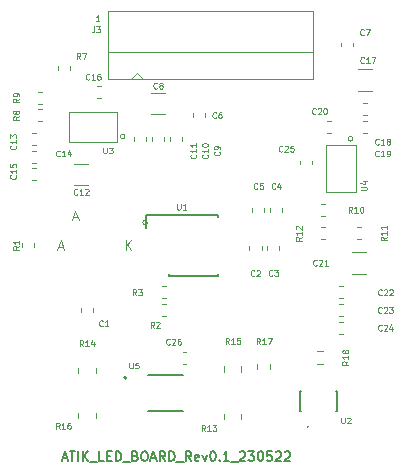
<source format=gbr>
G04 #@! TF.GenerationSoftware,KiCad,Pcbnew,7.0.2*
G04 #@! TF.CreationDate,2023-05-22T10:25:24+09:00*
G04 #@! TF.ProjectId,ATIK_LED_Board_rev01_220517,4154494b-5f4c-4454-945f-426f6172645f,rev?*
G04 #@! TF.SameCoordinates,Original*
G04 #@! TF.FileFunction,Legend,Top*
G04 #@! TF.FilePolarity,Positive*
%FSLAX46Y46*%
G04 Gerber Fmt 4.6, Leading zero omitted, Abs format (unit mm)*
G04 Created by KiCad (PCBNEW 7.0.2) date 2023-05-22 10:25:24*
%MOMM*%
%LPD*%
G01*
G04 APERTURE LIST*
%ADD10C,0.150000*%
%ADD11C,0.100000*%
%ADD12C,0.120000*%
%ADD13C,0.050000*%
%ADD14C,0.127000*%
%ADD15C,0.200000*%
G04 APERTURE END LIST*
D10*
X104912380Y-138033523D02*
X105293333Y-138033523D01*
X104836190Y-138262095D02*
X105102857Y-137462095D01*
X105102857Y-137462095D02*
X105369523Y-138262095D01*
X105521904Y-137462095D02*
X105979047Y-137462095D01*
X105750475Y-138262095D02*
X105750475Y-137462095D01*
X106245714Y-138262095D02*
X106245714Y-137462095D01*
X106626666Y-138262095D02*
X106626666Y-137462095D01*
X107083809Y-138262095D02*
X106740951Y-137804952D01*
X107083809Y-137462095D02*
X106626666Y-137919238D01*
X107236190Y-138338285D02*
X107845713Y-138338285D01*
X108417142Y-138262095D02*
X108036190Y-138262095D01*
X108036190Y-138262095D02*
X108036190Y-137462095D01*
X108683809Y-137843047D02*
X108950475Y-137843047D01*
X109064761Y-138262095D02*
X108683809Y-138262095D01*
X108683809Y-138262095D02*
X108683809Y-137462095D01*
X108683809Y-137462095D02*
X109064761Y-137462095D01*
X109407619Y-138262095D02*
X109407619Y-137462095D01*
X109407619Y-137462095D02*
X109598095Y-137462095D01*
X109598095Y-137462095D02*
X109712381Y-137500190D01*
X109712381Y-137500190D02*
X109788571Y-137576380D01*
X109788571Y-137576380D02*
X109826666Y-137652571D01*
X109826666Y-137652571D02*
X109864762Y-137804952D01*
X109864762Y-137804952D02*
X109864762Y-137919238D01*
X109864762Y-137919238D02*
X109826666Y-138071619D01*
X109826666Y-138071619D02*
X109788571Y-138147809D01*
X109788571Y-138147809D02*
X109712381Y-138224000D01*
X109712381Y-138224000D02*
X109598095Y-138262095D01*
X109598095Y-138262095D02*
X109407619Y-138262095D01*
X110017143Y-138338285D02*
X110626666Y-138338285D01*
X111083809Y-137843047D02*
X111198095Y-137881142D01*
X111198095Y-137881142D02*
X111236190Y-137919238D01*
X111236190Y-137919238D02*
X111274286Y-137995428D01*
X111274286Y-137995428D02*
X111274286Y-138109714D01*
X111274286Y-138109714D02*
X111236190Y-138185904D01*
X111236190Y-138185904D02*
X111198095Y-138224000D01*
X111198095Y-138224000D02*
X111121905Y-138262095D01*
X111121905Y-138262095D02*
X110817143Y-138262095D01*
X110817143Y-138262095D02*
X110817143Y-137462095D01*
X110817143Y-137462095D02*
X111083809Y-137462095D01*
X111083809Y-137462095D02*
X111160000Y-137500190D01*
X111160000Y-137500190D02*
X111198095Y-137538285D01*
X111198095Y-137538285D02*
X111236190Y-137614476D01*
X111236190Y-137614476D02*
X111236190Y-137690666D01*
X111236190Y-137690666D02*
X111198095Y-137766857D01*
X111198095Y-137766857D02*
X111160000Y-137804952D01*
X111160000Y-137804952D02*
X111083809Y-137843047D01*
X111083809Y-137843047D02*
X110817143Y-137843047D01*
X111769524Y-137462095D02*
X111921905Y-137462095D01*
X111921905Y-137462095D02*
X111998095Y-137500190D01*
X111998095Y-137500190D02*
X112074286Y-137576380D01*
X112074286Y-137576380D02*
X112112381Y-137728761D01*
X112112381Y-137728761D02*
X112112381Y-137995428D01*
X112112381Y-137995428D02*
X112074286Y-138147809D01*
X112074286Y-138147809D02*
X111998095Y-138224000D01*
X111998095Y-138224000D02*
X111921905Y-138262095D01*
X111921905Y-138262095D02*
X111769524Y-138262095D01*
X111769524Y-138262095D02*
X111693333Y-138224000D01*
X111693333Y-138224000D02*
X111617143Y-138147809D01*
X111617143Y-138147809D02*
X111579047Y-137995428D01*
X111579047Y-137995428D02*
X111579047Y-137728761D01*
X111579047Y-137728761D02*
X111617143Y-137576380D01*
X111617143Y-137576380D02*
X111693333Y-137500190D01*
X111693333Y-137500190D02*
X111769524Y-137462095D01*
X112417142Y-138033523D02*
X112798095Y-138033523D01*
X112340952Y-138262095D02*
X112607619Y-137462095D01*
X112607619Y-137462095D02*
X112874285Y-138262095D01*
X113598095Y-138262095D02*
X113331428Y-137881142D01*
X113140952Y-138262095D02*
X113140952Y-137462095D01*
X113140952Y-137462095D02*
X113445714Y-137462095D01*
X113445714Y-137462095D02*
X113521904Y-137500190D01*
X113521904Y-137500190D02*
X113559999Y-137538285D01*
X113559999Y-137538285D02*
X113598095Y-137614476D01*
X113598095Y-137614476D02*
X113598095Y-137728761D01*
X113598095Y-137728761D02*
X113559999Y-137804952D01*
X113559999Y-137804952D02*
X113521904Y-137843047D01*
X113521904Y-137843047D02*
X113445714Y-137881142D01*
X113445714Y-137881142D02*
X113140952Y-137881142D01*
X113940952Y-138262095D02*
X113940952Y-137462095D01*
X113940952Y-137462095D02*
X114131428Y-137462095D01*
X114131428Y-137462095D02*
X114245714Y-137500190D01*
X114245714Y-137500190D02*
X114321904Y-137576380D01*
X114321904Y-137576380D02*
X114359999Y-137652571D01*
X114359999Y-137652571D02*
X114398095Y-137804952D01*
X114398095Y-137804952D02*
X114398095Y-137919238D01*
X114398095Y-137919238D02*
X114359999Y-138071619D01*
X114359999Y-138071619D02*
X114321904Y-138147809D01*
X114321904Y-138147809D02*
X114245714Y-138224000D01*
X114245714Y-138224000D02*
X114131428Y-138262095D01*
X114131428Y-138262095D02*
X113940952Y-138262095D01*
X114550476Y-138338285D02*
X115159999Y-138338285D01*
X115807619Y-138262095D02*
X115540952Y-137881142D01*
X115350476Y-138262095D02*
X115350476Y-137462095D01*
X115350476Y-137462095D02*
X115655238Y-137462095D01*
X115655238Y-137462095D02*
X115731428Y-137500190D01*
X115731428Y-137500190D02*
X115769523Y-137538285D01*
X115769523Y-137538285D02*
X115807619Y-137614476D01*
X115807619Y-137614476D02*
X115807619Y-137728761D01*
X115807619Y-137728761D02*
X115769523Y-137804952D01*
X115769523Y-137804952D02*
X115731428Y-137843047D01*
X115731428Y-137843047D02*
X115655238Y-137881142D01*
X115655238Y-137881142D02*
X115350476Y-137881142D01*
X116455238Y-138224000D02*
X116379047Y-138262095D01*
X116379047Y-138262095D02*
X116226666Y-138262095D01*
X116226666Y-138262095D02*
X116150476Y-138224000D01*
X116150476Y-138224000D02*
X116112380Y-138147809D01*
X116112380Y-138147809D02*
X116112380Y-137843047D01*
X116112380Y-137843047D02*
X116150476Y-137766857D01*
X116150476Y-137766857D02*
X116226666Y-137728761D01*
X116226666Y-137728761D02*
X116379047Y-137728761D01*
X116379047Y-137728761D02*
X116455238Y-137766857D01*
X116455238Y-137766857D02*
X116493333Y-137843047D01*
X116493333Y-137843047D02*
X116493333Y-137919238D01*
X116493333Y-137919238D02*
X116112380Y-137995428D01*
X116759999Y-137728761D02*
X116950475Y-138262095D01*
X116950475Y-138262095D02*
X117140952Y-137728761D01*
X117598095Y-137462095D02*
X117674285Y-137462095D01*
X117674285Y-137462095D02*
X117750476Y-137500190D01*
X117750476Y-137500190D02*
X117788571Y-137538285D01*
X117788571Y-137538285D02*
X117826666Y-137614476D01*
X117826666Y-137614476D02*
X117864761Y-137766857D01*
X117864761Y-137766857D02*
X117864761Y-137957333D01*
X117864761Y-137957333D02*
X117826666Y-138109714D01*
X117826666Y-138109714D02*
X117788571Y-138185904D01*
X117788571Y-138185904D02*
X117750476Y-138224000D01*
X117750476Y-138224000D02*
X117674285Y-138262095D01*
X117674285Y-138262095D02*
X117598095Y-138262095D01*
X117598095Y-138262095D02*
X117521904Y-138224000D01*
X117521904Y-138224000D02*
X117483809Y-138185904D01*
X117483809Y-138185904D02*
X117445714Y-138109714D01*
X117445714Y-138109714D02*
X117407618Y-137957333D01*
X117407618Y-137957333D02*
X117407618Y-137766857D01*
X117407618Y-137766857D02*
X117445714Y-137614476D01*
X117445714Y-137614476D02*
X117483809Y-137538285D01*
X117483809Y-137538285D02*
X117521904Y-137500190D01*
X117521904Y-137500190D02*
X117598095Y-137462095D01*
X118207619Y-138185904D02*
X118245714Y-138224000D01*
X118245714Y-138224000D02*
X118207619Y-138262095D01*
X118207619Y-138262095D02*
X118169523Y-138224000D01*
X118169523Y-138224000D02*
X118207619Y-138185904D01*
X118207619Y-138185904D02*
X118207619Y-138262095D01*
X119007618Y-138262095D02*
X118550475Y-138262095D01*
X118779047Y-138262095D02*
X118779047Y-137462095D01*
X118779047Y-137462095D02*
X118702856Y-137576380D01*
X118702856Y-137576380D02*
X118626666Y-137652571D01*
X118626666Y-137652571D02*
X118550475Y-137690666D01*
X119160000Y-138338285D02*
X119769523Y-138338285D01*
X119921904Y-137538285D02*
X119960000Y-137500190D01*
X119960000Y-137500190D02*
X120036190Y-137462095D01*
X120036190Y-137462095D02*
X120226666Y-137462095D01*
X120226666Y-137462095D02*
X120302857Y-137500190D01*
X120302857Y-137500190D02*
X120340952Y-137538285D01*
X120340952Y-137538285D02*
X120379047Y-137614476D01*
X120379047Y-137614476D02*
X120379047Y-137690666D01*
X120379047Y-137690666D02*
X120340952Y-137804952D01*
X120340952Y-137804952D02*
X119883809Y-138262095D01*
X119883809Y-138262095D02*
X120379047Y-138262095D01*
X120645714Y-137462095D02*
X121140952Y-137462095D01*
X121140952Y-137462095D02*
X120874286Y-137766857D01*
X120874286Y-137766857D02*
X120988571Y-137766857D01*
X120988571Y-137766857D02*
X121064762Y-137804952D01*
X121064762Y-137804952D02*
X121102857Y-137843047D01*
X121102857Y-137843047D02*
X121140952Y-137919238D01*
X121140952Y-137919238D02*
X121140952Y-138109714D01*
X121140952Y-138109714D02*
X121102857Y-138185904D01*
X121102857Y-138185904D02*
X121064762Y-138224000D01*
X121064762Y-138224000D02*
X120988571Y-138262095D01*
X120988571Y-138262095D02*
X120760000Y-138262095D01*
X120760000Y-138262095D02*
X120683809Y-138224000D01*
X120683809Y-138224000D02*
X120645714Y-138185904D01*
X121636191Y-137462095D02*
X121712381Y-137462095D01*
X121712381Y-137462095D02*
X121788572Y-137500190D01*
X121788572Y-137500190D02*
X121826667Y-137538285D01*
X121826667Y-137538285D02*
X121864762Y-137614476D01*
X121864762Y-137614476D02*
X121902857Y-137766857D01*
X121902857Y-137766857D02*
X121902857Y-137957333D01*
X121902857Y-137957333D02*
X121864762Y-138109714D01*
X121864762Y-138109714D02*
X121826667Y-138185904D01*
X121826667Y-138185904D02*
X121788572Y-138224000D01*
X121788572Y-138224000D02*
X121712381Y-138262095D01*
X121712381Y-138262095D02*
X121636191Y-138262095D01*
X121636191Y-138262095D02*
X121560000Y-138224000D01*
X121560000Y-138224000D02*
X121521905Y-138185904D01*
X121521905Y-138185904D02*
X121483810Y-138109714D01*
X121483810Y-138109714D02*
X121445714Y-137957333D01*
X121445714Y-137957333D02*
X121445714Y-137766857D01*
X121445714Y-137766857D02*
X121483810Y-137614476D01*
X121483810Y-137614476D02*
X121521905Y-137538285D01*
X121521905Y-137538285D02*
X121560000Y-137500190D01*
X121560000Y-137500190D02*
X121636191Y-137462095D01*
X122626667Y-137462095D02*
X122245715Y-137462095D01*
X122245715Y-137462095D02*
X122207619Y-137843047D01*
X122207619Y-137843047D02*
X122245715Y-137804952D01*
X122245715Y-137804952D02*
X122321905Y-137766857D01*
X122321905Y-137766857D02*
X122512381Y-137766857D01*
X122512381Y-137766857D02*
X122588572Y-137804952D01*
X122588572Y-137804952D02*
X122626667Y-137843047D01*
X122626667Y-137843047D02*
X122664762Y-137919238D01*
X122664762Y-137919238D02*
X122664762Y-138109714D01*
X122664762Y-138109714D02*
X122626667Y-138185904D01*
X122626667Y-138185904D02*
X122588572Y-138224000D01*
X122588572Y-138224000D02*
X122512381Y-138262095D01*
X122512381Y-138262095D02*
X122321905Y-138262095D01*
X122321905Y-138262095D02*
X122245715Y-138224000D01*
X122245715Y-138224000D02*
X122207619Y-138185904D01*
X122969524Y-137538285D02*
X123007620Y-137500190D01*
X123007620Y-137500190D02*
X123083810Y-137462095D01*
X123083810Y-137462095D02*
X123274286Y-137462095D01*
X123274286Y-137462095D02*
X123350477Y-137500190D01*
X123350477Y-137500190D02*
X123388572Y-137538285D01*
X123388572Y-137538285D02*
X123426667Y-137614476D01*
X123426667Y-137614476D02*
X123426667Y-137690666D01*
X123426667Y-137690666D02*
X123388572Y-137804952D01*
X123388572Y-137804952D02*
X122931429Y-138262095D01*
X122931429Y-138262095D02*
X123426667Y-138262095D01*
X123731429Y-137538285D02*
X123769525Y-137500190D01*
X123769525Y-137500190D02*
X123845715Y-137462095D01*
X123845715Y-137462095D02*
X124036191Y-137462095D01*
X124036191Y-137462095D02*
X124112382Y-137500190D01*
X124112382Y-137500190D02*
X124150477Y-137538285D01*
X124150477Y-137538285D02*
X124188572Y-137614476D01*
X124188572Y-137614476D02*
X124188572Y-137690666D01*
X124188572Y-137690666D02*
X124150477Y-137804952D01*
X124150477Y-137804952D02*
X123693334Y-138262095D01*
X123693334Y-138262095D02*
X124188572Y-138262095D01*
D11*
X104559523Y-120141523D02*
X104940476Y-120141523D01*
X104483333Y-120370095D02*
X104750000Y-119570095D01*
X104750000Y-119570095D02*
X105016666Y-120370095D01*
X105809523Y-117641523D02*
X106190476Y-117641523D01*
X105733333Y-117870095D02*
X106000000Y-117070095D01*
X106000000Y-117070095D02*
X106266666Y-117870095D01*
X110290476Y-120370095D02*
X110290476Y-119570095D01*
X110747619Y-120370095D02*
X110404761Y-119912952D01*
X110747619Y-119570095D02*
X110290476Y-120027238D01*
X122916666Y-115183690D02*
X122892857Y-115207500D01*
X122892857Y-115207500D02*
X122821428Y-115231309D01*
X122821428Y-115231309D02*
X122773809Y-115231309D01*
X122773809Y-115231309D02*
X122702381Y-115207500D01*
X122702381Y-115207500D02*
X122654762Y-115159880D01*
X122654762Y-115159880D02*
X122630952Y-115112261D01*
X122630952Y-115112261D02*
X122607143Y-115017023D01*
X122607143Y-115017023D02*
X122607143Y-114945595D01*
X122607143Y-114945595D02*
X122630952Y-114850357D01*
X122630952Y-114850357D02*
X122654762Y-114802738D01*
X122654762Y-114802738D02*
X122702381Y-114755119D01*
X122702381Y-114755119D02*
X122773809Y-114731309D01*
X122773809Y-114731309D02*
X122821428Y-114731309D01*
X122821428Y-114731309D02*
X122892857Y-114755119D01*
X122892857Y-114755119D02*
X122916666Y-114778928D01*
X123345238Y-114897976D02*
X123345238Y-115231309D01*
X123226190Y-114707500D02*
X123107143Y-115064642D01*
X123107143Y-115064642D02*
X123416666Y-115064642D01*
X121416666Y-115183690D02*
X121392857Y-115207500D01*
X121392857Y-115207500D02*
X121321428Y-115231309D01*
X121321428Y-115231309D02*
X121273809Y-115231309D01*
X121273809Y-115231309D02*
X121202381Y-115207500D01*
X121202381Y-115207500D02*
X121154762Y-115159880D01*
X121154762Y-115159880D02*
X121130952Y-115112261D01*
X121130952Y-115112261D02*
X121107143Y-115017023D01*
X121107143Y-115017023D02*
X121107143Y-114945595D01*
X121107143Y-114945595D02*
X121130952Y-114850357D01*
X121130952Y-114850357D02*
X121154762Y-114802738D01*
X121154762Y-114802738D02*
X121202381Y-114755119D01*
X121202381Y-114755119D02*
X121273809Y-114731309D01*
X121273809Y-114731309D02*
X121321428Y-114731309D01*
X121321428Y-114731309D02*
X121392857Y-114755119D01*
X121392857Y-114755119D02*
X121416666Y-114778928D01*
X121869047Y-114731309D02*
X121630952Y-114731309D01*
X121630952Y-114731309D02*
X121607143Y-114969404D01*
X121607143Y-114969404D02*
X121630952Y-114945595D01*
X121630952Y-114945595D02*
X121678571Y-114921785D01*
X121678571Y-114921785D02*
X121797619Y-114921785D01*
X121797619Y-114921785D02*
X121845238Y-114945595D01*
X121845238Y-114945595D02*
X121869047Y-114969404D01*
X121869047Y-114969404D02*
X121892857Y-115017023D01*
X121892857Y-115017023D02*
X121892857Y-115136071D01*
X121892857Y-115136071D02*
X121869047Y-115183690D01*
X121869047Y-115183690D02*
X121845238Y-115207500D01*
X121845238Y-115207500D02*
X121797619Y-115231309D01*
X121797619Y-115231309D02*
X121678571Y-115231309D01*
X121678571Y-115231309D02*
X121630952Y-115207500D01*
X121630952Y-115207500D02*
X121607143Y-115183690D01*
X112666666Y-126981309D02*
X112500000Y-126743214D01*
X112380952Y-126981309D02*
X112380952Y-126481309D01*
X112380952Y-126481309D02*
X112571428Y-126481309D01*
X112571428Y-126481309D02*
X112619047Y-126505119D01*
X112619047Y-126505119D02*
X112642857Y-126528928D01*
X112642857Y-126528928D02*
X112666666Y-126576547D01*
X112666666Y-126576547D02*
X112666666Y-126647976D01*
X112666666Y-126647976D02*
X112642857Y-126695595D01*
X112642857Y-126695595D02*
X112619047Y-126719404D01*
X112619047Y-126719404D02*
X112571428Y-126743214D01*
X112571428Y-126743214D02*
X112380952Y-126743214D01*
X112857143Y-126528928D02*
X112880952Y-126505119D01*
X112880952Y-126505119D02*
X112928571Y-126481309D01*
X112928571Y-126481309D02*
X113047619Y-126481309D01*
X113047619Y-126481309D02*
X113095238Y-126505119D01*
X113095238Y-126505119D02*
X113119047Y-126528928D01*
X113119047Y-126528928D02*
X113142857Y-126576547D01*
X113142857Y-126576547D02*
X113142857Y-126624166D01*
X113142857Y-126624166D02*
X113119047Y-126695595D01*
X113119047Y-126695595D02*
X112833333Y-126981309D01*
X112833333Y-126981309D02*
X113142857Y-126981309D01*
X111166666Y-124231309D02*
X111000000Y-123993214D01*
X110880952Y-124231309D02*
X110880952Y-123731309D01*
X110880952Y-123731309D02*
X111071428Y-123731309D01*
X111071428Y-123731309D02*
X111119047Y-123755119D01*
X111119047Y-123755119D02*
X111142857Y-123778928D01*
X111142857Y-123778928D02*
X111166666Y-123826547D01*
X111166666Y-123826547D02*
X111166666Y-123897976D01*
X111166666Y-123897976D02*
X111142857Y-123945595D01*
X111142857Y-123945595D02*
X111119047Y-123969404D01*
X111119047Y-123969404D02*
X111071428Y-123993214D01*
X111071428Y-123993214D02*
X110880952Y-123993214D01*
X111333333Y-123731309D02*
X111642857Y-123731309D01*
X111642857Y-123731309D02*
X111476190Y-123921785D01*
X111476190Y-123921785D02*
X111547619Y-123921785D01*
X111547619Y-123921785D02*
X111595238Y-123945595D01*
X111595238Y-123945595D02*
X111619047Y-123969404D01*
X111619047Y-123969404D02*
X111642857Y-124017023D01*
X111642857Y-124017023D02*
X111642857Y-124136071D01*
X111642857Y-124136071D02*
X111619047Y-124183690D01*
X111619047Y-124183690D02*
X111595238Y-124207500D01*
X111595238Y-124207500D02*
X111547619Y-124231309D01*
X111547619Y-124231309D02*
X111404762Y-124231309D01*
X111404762Y-124231309D02*
X111357143Y-124207500D01*
X111357143Y-124207500D02*
X111333333Y-124183690D01*
X114619047Y-116481309D02*
X114619047Y-116886071D01*
X114619047Y-116886071D02*
X114642857Y-116933690D01*
X114642857Y-116933690D02*
X114666666Y-116957500D01*
X114666666Y-116957500D02*
X114714285Y-116981309D01*
X114714285Y-116981309D02*
X114809523Y-116981309D01*
X114809523Y-116981309D02*
X114857142Y-116957500D01*
X114857142Y-116957500D02*
X114880952Y-116933690D01*
X114880952Y-116933690D02*
X114904761Y-116886071D01*
X114904761Y-116886071D02*
X114904761Y-116481309D01*
X115404762Y-116981309D02*
X115119048Y-116981309D01*
X115261905Y-116981309D02*
X115261905Y-116481309D01*
X115261905Y-116481309D02*
X115214286Y-116552738D01*
X115214286Y-116552738D02*
X115166667Y-116600357D01*
X115166667Y-116600357D02*
X115119048Y-116624166D01*
X101231309Y-120083333D02*
X100993214Y-120249999D01*
X101231309Y-120369047D02*
X100731309Y-120369047D01*
X100731309Y-120369047D02*
X100731309Y-120178571D01*
X100731309Y-120178571D02*
X100755119Y-120130952D01*
X100755119Y-120130952D02*
X100778928Y-120107142D01*
X100778928Y-120107142D02*
X100826547Y-120083333D01*
X100826547Y-120083333D02*
X100897976Y-120083333D01*
X100897976Y-120083333D02*
X100945595Y-120107142D01*
X100945595Y-120107142D02*
X100969404Y-120130952D01*
X100969404Y-120130952D02*
X100993214Y-120178571D01*
X100993214Y-120178571D02*
X100993214Y-120369047D01*
X101231309Y-119607142D02*
X101231309Y-119892856D01*
X101231309Y-119749999D02*
X100731309Y-119749999D01*
X100731309Y-119749999D02*
X100802738Y-119797618D01*
X100802738Y-119797618D02*
X100850357Y-119845237D01*
X100850357Y-119845237D02*
X100874166Y-119892856D01*
X121146666Y-122563690D02*
X121122857Y-122587500D01*
X121122857Y-122587500D02*
X121051428Y-122611309D01*
X121051428Y-122611309D02*
X121003809Y-122611309D01*
X121003809Y-122611309D02*
X120932381Y-122587500D01*
X120932381Y-122587500D02*
X120884762Y-122539880D01*
X120884762Y-122539880D02*
X120860952Y-122492261D01*
X120860952Y-122492261D02*
X120837143Y-122397023D01*
X120837143Y-122397023D02*
X120837143Y-122325595D01*
X120837143Y-122325595D02*
X120860952Y-122230357D01*
X120860952Y-122230357D02*
X120884762Y-122182738D01*
X120884762Y-122182738D02*
X120932381Y-122135119D01*
X120932381Y-122135119D02*
X121003809Y-122111309D01*
X121003809Y-122111309D02*
X121051428Y-122111309D01*
X121051428Y-122111309D02*
X121122857Y-122135119D01*
X121122857Y-122135119D02*
X121146666Y-122158928D01*
X121337143Y-122158928D02*
X121360952Y-122135119D01*
X121360952Y-122135119D02*
X121408571Y-122111309D01*
X121408571Y-122111309D02*
X121527619Y-122111309D01*
X121527619Y-122111309D02*
X121575238Y-122135119D01*
X121575238Y-122135119D02*
X121599047Y-122158928D01*
X121599047Y-122158928D02*
X121622857Y-122206547D01*
X121622857Y-122206547D02*
X121622857Y-122254166D01*
X121622857Y-122254166D02*
X121599047Y-122325595D01*
X121599047Y-122325595D02*
X121313333Y-122611309D01*
X121313333Y-122611309D02*
X121622857Y-122611309D01*
X122686666Y-122543690D02*
X122662857Y-122567500D01*
X122662857Y-122567500D02*
X122591428Y-122591309D01*
X122591428Y-122591309D02*
X122543809Y-122591309D01*
X122543809Y-122591309D02*
X122472381Y-122567500D01*
X122472381Y-122567500D02*
X122424762Y-122519880D01*
X122424762Y-122519880D02*
X122400952Y-122472261D01*
X122400952Y-122472261D02*
X122377143Y-122377023D01*
X122377143Y-122377023D02*
X122377143Y-122305595D01*
X122377143Y-122305595D02*
X122400952Y-122210357D01*
X122400952Y-122210357D02*
X122424762Y-122162738D01*
X122424762Y-122162738D02*
X122472381Y-122115119D01*
X122472381Y-122115119D02*
X122543809Y-122091309D01*
X122543809Y-122091309D02*
X122591428Y-122091309D01*
X122591428Y-122091309D02*
X122662857Y-122115119D01*
X122662857Y-122115119D02*
X122686666Y-122138928D01*
X122853333Y-122091309D02*
X123162857Y-122091309D01*
X123162857Y-122091309D02*
X122996190Y-122281785D01*
X122996190Y-122281785D02*
X123067619Y-122281785D01*
X123067619Y-122281785D02*
X123115238Y-122305595D01*
X123115238Y-122305595D02*
X123139047Y-122329404D01*
X123139047Y-122329404D02*
X123162857Y-122377023D01*
X123162857Y-122377023D02*
X123162857Y-122496071D01*
X123162857Y-122496071D02*
X123139047Y-122543690D01*
X123139047Y-122543690D02*
X123115238Y-122567500D01*
X123115238Y-122567500D02*
X123067619Y-122591309D01*
X123067619Y-122591309D02*
X122924762Y-122591309D01*
X122924762Y-122591309D02*
X122877143Y-122567500D01*
X122877143Y-122567500D02*
X122853333Y-122543690D01*
X108306666Y-126813690D02*
X108282857Y-126837500D01*
X108282857Y-126837500D02*
X108211428Y-126861309D01*
X108211428Y-126861309D02*
X108163809Y-126861309D01*
X108163809Y-126861309D02*
X108092381Y-126837500D01*
X108092381Y-126837500D02*
X108044762Y-126789880D01*
X108044762Y-126789880D02*
X108020952Y-126742261D01*
X108020952Y-126742261D02*
X107997143Y-126647023D01*
X107997143Y-126647023D02*
X107997143Y-126575595D01*
X107997143Y-126575595D02*
X108020952Y-126480357D01*
X108020952Y-126480357D02*
X108044762Y-126432738D01*
X108044762Y-126432738D02*
X108092381Y-126385119D01*
X108092381Y-126385119D02*
X108163809Y-126361309D01*
X108163809Y-126361309D02*
X108211428Y-126361309D01*
X108211428Y-126361309D02*
X108282857Y-126385119D01*
X108282857Y-126385119D02*
X108306666Y-126408928D01*
X108782857Y-126861309D02*
X108497143Y-126861309D01*
X108640000Y-126861309D02*
X108640000Y-126361309D01*
X108640000Y-126361309D02*
X108592381Y-126432738D01*
X108592381Y-126432738D02*
X108544762Y-126480357D01*
X108544762Y-126480357D02*
X108497143Y-126504166D01*
X107583333Y-101481309D02*
X107583333Y-101838452D01*
X107583333Y-101838452D02*
X107559524Y-101909880D01*
X107559524Y-101909880D02*
X107511905Y-101957500D01*
X107511905Y-101957500D02*
X107440476Y-101981309D01*
X107440476Y-101981309D02*
X107392857Y-101981309D01*
X107773809Y-101481309D02*
X108083333Y-101481309D01*
X108083333Y-101481309D02*
X107916666Y-101671785D01*
X107916666Y-101671785D02*
X107988095Y-101671785D01*
X107988095Y-101671785D02*
X108035714Y-101695595D01*
X108035714Y-101695595D02*
X108059523Y-101719404D01*
X108059523Y-101719404D02*
X108083333Y-101767023D01*
X108083333Y-101767023D02*
X108083333Y-101886071D01*
X108083333Y-101886071D02*
X108059523Y-101933690D01*
X108059523Y-101933690D02*
X108035714Y-101957500D01*
X108035714Y-101957500D02*
X107988095Y-101981309D01*
X107988095Y-101981309D02*
X107845238Y-101981309D01*
X107845238Y-101981309D02*
X107797619Y-101957500D01*
X107797619Y-101957500D02*
X107773809Y-101933690D01*
X108030952Y-101038809D02*
X107745238Y-101038809D01*
X107888095Y-101038809D02*
X107888095Y-100538809D01*
X107888095Y-100538809D02*
X107840476Y-100610238D01*
X107840476Y-100610238D02*
X107792857Y-100657857D01*
X107792857Y-100657857D02*
X107745238Y-100681666D01*
X112916666Y-106683690D02*
X112892857Y-106707500D01*
X112892857Y-106707500D02*
X112821428Y-106731309D01*
X112821428Y-106731309D02*
X112773809Y-106731309D01*
X112773809Y-106731309D02*
X112702381Y-106707500D01*
X112702381Y-106707500D02*
X112654762Y-106659880D01*
X112654762Y-106659880D02*
X112630952Y-106612261D01*
X112630952Y-106612261D02*
X112607143Y-106517023D01*
X112607143Y-106517023D02*
X112607143Y-106445595D01*
X112607143Y-106445595D02*
X112630952Y-106350357D01*
X112630952Y-106350357D02*
X112654762Y-106302738D01*
X112654762Y-106302738D02*
X112702381Y-106255119D01*
X112702381Y-106255119D02*
X112773809Y-106231309D01*
X112773809Y-106231309D02*
X112821428Y-106231309D01*
X112821428Y-106231309D02*
X112892857Y-106255119D01*
X112892857Y-106255119D02*
X112916666Y-106278928D01*
X113202381Y-106445595D02*
X113154762Y-106421785D01*
X113154762Y-106421785D02*
X113130952Y-106397976D01*
X113130952Y-106397976D02*
X113107143Y-106350357D01*
X113107143Y-106350357D02*
X113107143Y-106326547D01*
X113107143Y-106326547D02*
X113130952Y-106278928D01*
X113130952Y-106278928D02*
X113154762Y-106255119D01*
X113154762Y-106255119D02*
X113202381Y-106231309D01*
X113202381Y-106231309D02*
X113297619Y-106231309D01*
X113297619Y-106231309D02*
X113345238Y-106255119D01*
X113345238Y-106255119D02*
X113369047Y-106278928D01*
X113369047Y-106278928D02*
X113392857Y-106326547D01*
X113392857Y-106326547D02*
X113392857Y-106350357D01*
X113392857Y-106350357D02*
X113369047Y-106397976D01*
X113369047Y-106397976D02*
X113345238Y-106421785D01*
X113345238Y-106421785D02*
X113297619Y-106445595D01*
X113297619Y-106445595D02*
X113202381Y-106445595D01*
X113202381Y-106445595D02*
X113154762Y-106469404D01*
X113154762Y-106469404D02*
X113130952Y-106493214D01*
X113130952Y-106493214D02*
X113107143Y-106540833D01*
X113107143Y-106540833D02*
X113107143Y-106636071D01*
X113107143Y-106636071D02*
X113130952Y-106683690D01*
X113130952Y-106683690D02*
X113154762Y-106707500D01*
X113154762Y-106707500D02*
X113202381Y-106731309D01*
X113202381Y-106731309D02*
X113297619Y-106731309D01*
X113297619Y-106731309D02*
X113345238Y-106707500D01*
X113345238Y-106707500D02*
X113369047Y-106683690D01*
X113369047Y-106683690D02*
X113392857Y-106636071D01*
X113392857Y-106636071D02*
X113392857Y-106540833D01*
X113392857Y-106540833D02*
X113369047Y-106493214D01*
X113369047Y-106493214D02*
X113345238Y-106469404D01*
X113345238Y-106469404D02*
X113297619Y-106445595D01*
X117183690Y-112321428D02*
X117207500Y-112345237D01*
X117207500Y-112345237D02*
X117231309Y-112416666D01*
X117231309Y-112416666D02*
X117231309Y-112464285D01*
X117231309Y-112464285D02*
X117207500Y-112535713D01*
X117207500Y-112535713D02*
X117159880Y-112583332D01*
X117159880Y-112583332D02*
X117112261Y-112607142D01*
X117112261Y-112607142D02*
X117017023Y-112630951D01*
X117017023Y-112630951D02*
X116945595Y-112630951D01*
X116945595Y-112630951D02*
X116850357Y-112607142D01*
X116850357Y-112607142D02*
X116802738Y-112583332D01*
X116802738Y-112583332D02*
X116755119Y-112535713D01*
X116755119Y-112535713D02*
X116731309Y-112464285D01*
X116731309Y-112464285D02*
X116731309Y-112416666D01*
X116731309Y-112416666D02*
X116755119Y-112345237D01*
X116755119Y-112345237D02*
X116778928Y-112321428D01*
X117231309Y-111845237D02*
X117231309Y-112130951D01*
X117231309Y-111988094D02*
X116731309Y-111988094D01*
X116731309Y-111988094D02*
X116802738Y-112035713D01*
X116802738Y-112035713D02*
X116850357Y-112083332D01*
X116850357Y-112083332D02*
X116874166Y-112130951D01*
X116731309Y-111535714D02*
X116731309Y-111488095D01*
X116731309Y-111488095D02*
X116755119Y-111440476D01*
X116755119Y-111440476D02*
X116778928Y-111416666D01*
X116778928Y-111416666D02*
X116826547Y-111392857D01*
X116826547Y-111392857D02*
X116921785Y-111369047D01*
X116921785Y-111369047D02*
X117040833Y-111369047D01*
X117040833Y-111369047D02*
X117136071Y-111392857D01*
X117136071Y-111392857D02*
X117183690Y-111416666D01*
X117183690Y-111416666D02*
X117207500Y-111440476D01*
X117207500Y-111440476D02*
X117231309Y-111488095D01*
X117231309Y-111488095D02*
X117231309Y-111535714D01*
X117231309Y-111535714D02*
X117207500Y-111583333D01*
X117207500Y-111583333D02*
X117183690Y-111607142D01*
X117183690Y-111607142D02*
X117136071Y-111630952D01*
X117136071Y-111630952D02*
X117040833Y-111654761D01*
X117040833Y-111654761D02*
X116921785Y-111654761D01*
X116921785Y-111654761D02*
X116826547Y-111630952D01*
X116826547Y-111630952D02*
X116778928Y-111607142D01*
X116778928Y-111607142D02*
X116755119Y-111583333D01*
X116755119Y-111583333D02*
X116731309Y-111535714D01*
X116183690Y-112321428D02*
X116207500Y-112345237D01*
X116207500Y-112345237D02*
X116231309Y-112416666D01*
X116231309Y-112416666D02*
X116231309Y-112464285D01*
X116231309Y-112464285D02*
X116207500Y-112535713D01*
X116207500Y-112535713D02*
X116159880Y-112583332D01*
X116159880Y-112583332D02*
X116112261Y-112607142D01*
X116112261Y-112607142D02*
X116017023Y-112630951D01*
X116017023Y-112630951D02*
X115945595Y-112630951D01*
X115945595Y-112630951D02*
X115850357Y-112607142D01*
X115850357Y-112607142D02*
X115802738Y-112583332D01*
X115802738Y-112583332D02*
X115755119Y-112535713D01*
X115755119Y-112535713D02*
X115731309Y-112464285D01*
X115731309Y-112464285D02*
X115731309Y-112416666D01*
X115731309Y-112416666D02*
X115755119Y-112345237D01*
X115755119Y-112345237D02*
X115778928Y-112321428D01*
X116231309Y-111845237D02*
X116231309Y-112130951D01*
X116231309Y-111988094D02*
X115731309Y-111988094D01*
X115731309Y-111988094D02*
X115802738Y-112035713D01*
X115802738Y-112035713D02*
X115850357Y-112083332D01*
X115850357Y-112083332D02*
X115874166Y-112130951D01*
X116231309Y-111369047D02*
X116231309Y-111654761D01*
X116231309Y-111511904D02*
X115731309Y-111511904D01*
X115731309Y-111511904D02*
X115802738Y-111559523D01*
X115802738Y-111559523D02*
X115850357Y-111607142D01*
X115850357Y-111607142D02*
X115874166Y-111654761D01*
X100933690Y-111571428D02*
X100957500Y-111595237D01*
X100957500Y-111595237D02*
X100981309Y-111666666D01*
X100981309Y-111666666D02*
X100981309Y-111714285D01*
X100981309Y-111714285D02*
X100957500Y-111785713D01*
X100957500Y-111785713D02*
X100909880Y-111833332D01*
X100909880Y-111833332D02*
X100862261Y-111857142D01*
X100862261Y-111857142D02*
X100767023Y-111880951D01*
X100767023Y-111880951D02*
X100695595Y-111880951D01*
X100695595Y-111880951D02*
X100600357Y-111857142D01*
X100600357Y-111857142D02*
X100552738Y-111833332D01*
X100552738Y-111833332D02*
X100505119Y-111785713D01*
X100505119Y-111785713D02*
X100481309Y-111714285D01*
X100481309Y-111714285D02*
X100481309Y-111666666D01*
X100481309Y-111666666D02*
X100505119Y-111595237D01*
X100505119Y-111595237D02*
X100528928Y-111571428D01*
X100981309Y-111095237D02*
X100981309Y-111380951D01*
X100981309Y-111238094D02*
X100481309Y-111238094D01*
X100481309Y-111238094D02*
X100552738Y-111285713D01*
X100552738Y-111285713D02*
X100600357Y-111333332D01*
X100600357Y-111333332D02*
X100624166Y-111380951D01*
X100481309Y-110928571D02*
X100481309Y-110619047D01*
X100481309Y-110619047D02*
X100671785Y-110785714D01*
X100671785Y-110785714D02*
X100671785Y-110714285D01*
X100671785Y-110714285D02*
X100695595Y-110666666D01*
X100695595Y-110666666D02*
X100719404Y-110642857D01*
X100719404Y-110642857D02*
X100767023Y-110619047D01*
X100767023Y-110619047D02*
X100886071Y-110619047D01*
X100886071Y-110619047D02*
X100933690Y-110642857D01*
X100933690Y-110642857D02*
X100957500Y-110666666D01*
X100957500Y-110666666D02*
X100981309Y-110714285D01*
X100981309Y-110714285D02*
X100981309Y-110857142D01*
X100981309Y-110857142D02*
X100957500Y-110904761D01*
X100957500Y-110904761D02*
X100933690Y-110928571D01*
X104678571Y-112433690D02*
X104654762Y-112457500D01*
X104654762Y-112457500D02*
X104583333Y-112481309D01*
X104583333Y-112481309D02*
X104535714Y-112481309D01*
X104535714Y-112481309D02*
X104464286Y-112457500D01*
X104464286Y-112457500D02*
X104416667Y-112409880D01*
X104416667Y-112409880D02*
X104392857Y-112362261D01*
X104392857Y-112362261D02*
X104369048Y-112267023D01*
X104369048Y-112267023D02*
X104369048Y-112195595D01*
X104369048Y-112195595D02*
X104392857Y-112100357D01*
X104392857Y-112100357D02*
X104416667Y-112052738D01*
X104416667Y-112052738D02*
X104464286Y-112005119D01*
X104464286Y-112005119D02*
X104535714Y-111981309D01*
X104535714Y-111981309D02*
X104583333Y-111981309D01*
X104583333Y-111981309D02*
X104654762Y-112005119D01*
X104654762Y-112005119D02*
X104678571Y-112028928D01*
X105154762Y-112481309D02*
X104869048Y-112481309D01*
X105011905Y-112481309D02*
X105011905Y-111981309D01*
X105011905Y-111981309D02*
X104964286Y-112052738D01*
X104964286Y-112052738D02*
X104916667Y-112100357D01*
X104916667Y-112100357D02*
X104869048Y-112124166D01*
X105583333Y-112147976D02*
X105583333Y-112481309D01*
X105464285Y-111957500D02*
X105345238Y-112314642D01*
X105345238Y-112314642D02*
X105654761Y-112314642D01*
X100933690Y-114071428D02*
X100957500Y-114095237D01*
X100957500Y-114095237D02*
X100981309Y-114166666D01*
X100981309Y-114166666D02*
X100981309Y-114214285D01*
X100981309Y-114214285D02*
X100957500Y-114285713D01*
X100957500Y-114285713D02*
X100909880Y-114333332D01*
X100909880Y-114333332D02*
X100862261Y-114357142D01*
X100862261Y-114357142D02*
X100767023Y-114380951D01*
X100767023Y-114380951D02*
X100695595Y-114380951D01*
X100695595Y-114380951D02*
X100600357Y-114357142D01*
X100600357Y-114357142D02*
X100552738Y-114333332D01*
X100552738Y-114333332D02*
X100505119Y-114285713D01*
X100505119Y-114285713D02*
X100481309Y-114214285D01*
X100481309Y-114214285D02*
X100481309Y-114166666D01*
X100481309Y-114166666D02*
X100505119Y-114095237D01*
X100505119Y-114095237D02*
X100528928Y-114071428D01*
X100981309Y-113595237D02*
X100981309Y-113880951D01*
X100981309Y-113738094D02*
X100481309Y-113738094D01*
X100481309Y-113738094D02*
X100552738Y-113785713D01*
X100552738Y-113785713D02*
X100600357Y-113833332D01*
X100600357Y-113833332D02*
X100624166Y-113880951D01*
X100481309Y-113142857D02*
X100481309Y-113380952D01*
X100481309Y-113380952D02*
X100719404Y-113404761D01*
X100719404Y-113404761D02*
X100695595Y-113380952D01*
X100695595Y-113380952D02*
X100671785Y-113333333D01*
X100671785Y-113333333D02*
X100671785Y-113214285D01*
X100671785Y-113214285D02*
X100695595Y-113166666D01*
X100695595Y-113166666D02*
X100719404Y-113142857D01*
X100719404Y-113142857D02*
X100767023Y-113119047D01*
X100767023Y-113119047D02*
X100886071Y-113119047D01*
X100886071Y-113119047D02*
X100933690Y-113142857D01*
X100933690Y-113142857D02*
X100957500Y-113166666D01*
X100957500Y-113166666D02*
X100981309Y-113214285D01*
X100981309Y-113214285D02*
X100981309Y-113333333D01*
X100981309Y-113333333D02*
X100957500Y-113380952D01*
X100957500Y-113380952D02*
X100933690Y-113404761D01*
X130428571Y-104533690D02*
X130404762Y-104557500D01*
X130404762Y-104557500D02*
X130333333Y-104581309D01*
X130333333Y-104581309D02*
X130285714Y-104581309D01*
X130285714Y-104581309D02*
X130214286Y-104557500D01*
X130214286Y-104557500D02*
X130166667Y-104509880D01*
X130166667Y-104509880D02*
X130142857Y-104462261D01*
X130142857Y-104462261D02*
X130119048Y-104367023D01*
X130119048Y-104367023D02*
X130119048Y-104295595D01*
X130119048Y-104295595D02*
X130142857Y-104200357D01*
X130142857Y-104200357D02*
X130166667Y-104152738D01*
X130166667Y-104152738D02*
X130214286Y-104105119D01*
X130214286Y-104105119D02*
X130285714Y-104081309D01*
X130285714Y-104081309D02*
X130333333Y-104081309D01*
X130333333Y-104081309D02*
X130404762Y-104105119D01*
X130404762Y-104105119D02*
X130428571Y-104128928D01*
X130904762Y-104581309D02*
X130619048Y-104581309D01*
X130761905Y-104581309D02*
X130761905Y-104081309D01*
X130761905Y-104081309D02*
X130714286Y-104152738D01*
X130714286Y-104152738D02*
X130666667Y-104200357D01*
X130666667Y-104200357D02*
X130619048Y-104224166D01*
X131071428Y-104081309D02*
X131404761Y-104081309D01*
X131404761Y-104081309D02*
X131190476Y-104581309D01*
X126338571Y-108843690D02*
X126314762Y-108867500D01*
X126314762Y-108867500D02*
X126243333Y-108891309D01*
X126243333Y-108891309D02*
X126195714Y-108891309D01*
X126195714Y-108891309D02*
X126124286Y-108867500D01*
X126124286Y-108867500D02*
X126076667Y-108819880D01*
X126076667Y-108819880D02*
X126052857Y-108772261D01*
X126052857Y-108772261D02*
X126029048Y-108677023D01*
X126029048Y-108677023D02*
X126029048Y-108605595D01*
X126029048Y-108605595D02*
X126052857Y-108510357D01*
X126052857Y-108510357D02*
X126076667Y-108462738D01*
X126076667Y-108462738D02*
X126124286Y-108415119D01*
X126124286Y-108415119D02*
X126195714Y-108391309D01*
X126195714Y-108391309D02*
X126243333Y-108391309D01*
X126243333Y-108391309D02*
X126314762Y-108415119D01*
X126314762Y-108415119D02*
X126338571Y-108438928D01*
X126529048Y-108438928D02*
X126552857Y-108415119D01*
X126552857Y-108415119D02*
X126600476Y-108391309D01*
X126600476Y-108391309D02*
X126719524Y-108391309D01*
X126719524Y-108391309D02*
X126767143Y-108415119D01*
X126767143Y-108415119D02*
X126790952Y-108438928D01*
X126790952Y-108438928D02*
X126814762Y-108486547D01*
X126814762Y-108486547D02*
X126814762Y-108534166D01*
X126814762Y-108534166D02*
X126790952Y-108605595D01*
X126790952Y-108605595D02*
X126505238Y-108891309D01*
X126505238Y-108891309D02*
X126814762Y-108891309D01*
X127124285Y-108391309D02*
X127171904Y-108391309D01*
X127171904Y-108391309D02*
X127219523Y-108415119D01*
X127219523Y-108415119D02*
X127243333Y-108438928D01*
X127243333Y-108438928D02*
X127267142Y-108486547D01*
X127267142Y-108486547D02*
X127290952Y-108581785D01*
X127290952Y-108581785D02*
X127290952Y-108700833D01*
X127290952Y-108700833D02*
X127267142Y-108796071D01*
X127267142Y-108796071D02*
X127243333Y-108843690D01*
X127243333Y-108843690D02*
X127219523Y-108867500D01*
X127219523Y-108867500D02*
X127171904Y-108891309D01*
X127171904Y-108891309D02*
X127124285Y-108891309D01*
X127124285Y-108891309D02*
X127076666Y-108867500D01*
X127076666Y-108867500D02*
X127052857Y-108843690D01*
X127052857Y-108843690D02*
X127029047Y-108796071D01*
X127029047Y-108796071D02*
X127005238Y-108700833D01*
X127005238Y-108700833D02*
X127005238Y-108581785D01*
X127005238Y-108581785D02*
X127029047Y-108486547D01*
X127029047Y-108486547D02*
X127052857Y-108438928D01*
X127052857Y-108438928D02*
X127076666Y-108415119D01*
X127076666Y-108415119D02*
X127124285Y-108391309D01*
X126428571Y-121683690D02*
X126404762Y-121707500D01*
X126404762Y-121707500D02*
X126333333Y-121731309D01*
X126333333Y-121731309D02*
X126285714Y-121731309D01*
X126285714Y-121731309D02*
X126214286Y-121707500D01*
X126214286Y-121707500D02*
X126166667Y-121659880D01*
X126166667Y-121659880D02*
X126142857Y-121612261D01*
X126142857Y-121612261D02*
X126119048Y-121517023D01*
X126119048Y-121517023D02*
X126119048Y-121445595D01*
X126119048Y-121445595D02*
X126142857Y-121350357D01*
X126142857Y-121350357D02*
X126166667Y-121302738D01*
X126166667Y-121302738D02*
X126214286Y-121255119D01*
X126214286Y-121255119D02*
X126285714Y-121231309D01*
X126285714Y-121231309D02*
X126333333Y-121231309D01*
X126333333Y-121231309D02*
X126404762Y-121255119D01*
X126404762Y-121255119D02*
X126428571Y-121278928D01*
X126619048Y-121278928D02*
X126642857Y-121255119D01*
X126642857Y-121255119D02*
X126690476Y-121231309D01*
X126690476Y-121231309D02*
X126809524Y-121231309D01*
X126809524Y-121231309D02*
X126857143Y-121255119D01*
X126857143Y-121255119D02*
X126880952Y-121278928D01*
X126880952Y-121278928D02*
X126904762Y-121326547D01*
X126904762Y-121326547D02*
X126904762Y-121374166D01*
X126904762Y-121374166D02*
X126880952Y-121445595D01*
X126880952Y-121445595D02*
X126595238Y-121731309D01*
X126595238Y-121731309D02*
X126904762Y-121731309D01*
X127380952Y-121731309D02*
X127095238Y-121731309D01*
X127238095Y-121731309D02*
X127238095Y-121231309D01*
X127238095Y-121231309D02*
X127190476Y-121302738D01*
X127190476Y-121302738D02*
X127142857Y-121350357D01*
X127142857Y-121350357D02*
X127095238Y-121374166D01*
X131928571Y-124183690D02*
X131904762Y-124207500D01*
X131904762Y-124207500D02*
X131833333Y-124231309D01*
X131833333Y-124231309D02*
X131785714Y-124231309D01*
X131785714Y-124231309D02*
X131714286Y-124207500D01*
X131714286Y-124207500D02*
X131666667Y-124159880D01*
X131666667Y-124159880D02*
X131642857Y-124112261D01*
X131642857Y-124112261D02*
X131619048Y-124017023D01*
X131619048Y-124017023D02*
X131619048Y-123945595D01*
X131619048Y-123945595D02*
X131642857Y-123850357D01*
X131642857Y-123850357D02*
X131666667Y-123802738D01*
X131666667Y-123802738D02*
X131714286Y-123755119D01*
X131714286Y-123755119D02*
X131785714Y-123731309D01*
X131785714Y-123731309D02*
X131833333Y-123731309D01*
X131833333Y-123731309D02*
X131904762Y-123755119D01*
X131904762Y-123755119D02*
X131928571Y-123778928D01*
X132119048Y-123778928D02*
X132142857Y-123755119D01*
X132142857Y-123755119D02*
X132190476Y-123731309D01*
X132190476Y-123731309D02*
X132309524Y-123731309D01*
X132309524Y-123731309D02*
X132357143Y-123755119D01*
X132357143Y-123755119D02*
X132380952Y-123778928D01*
X132380952Y-123778928D02*
X132404762Y-123826547D01*
X132404762Y-123826547D02*
X132404762Y-123874166D01*
X132404762Y-123874166D02*
X132380952Y-123945595D01*
X132380952Y-123945595D02*
X132095238Y-124231309D01*
X132095238Y-124231309D02*
X132404762Y-124231309D01*
X132595238Y-123778928D02*
X132619047Y-123755119D01*
X132619047Y-123755119D02*
X132666666Y-123731309D01*
X132666666Y-123731309D02*
X132785714Y-123731309D01*
X132785714Y-123731309D02*
X132833333Y-123755119D01*
X132833333Y-123755119D02*
X132857142Y-123778928D01*
X132857142Y-123778928D02*
X132880952Y-123826547D01*
X132880952Y-123826547D02*
X132880952Y-123874166D01*
X132880952Y-123874166D02*
X132857142Y-123945595D01*
X132857142Y-123945595D02*
X132571428Y-124231309D01*
X132571428Y-124231309D02*
X132880952Y-124231309D01*
X131928571Y-125683690D02*
X131904762Y-125707500D01*
X131904762Y-125707500D02*
X131833333Y-125731309D01*
X131833333Y-125731309D02*
X131785714Y-125731309D01*
X131785714Y-125731309D02*
X131714286Y-125707500D01*
X131714286Y-125707500D02*
X131666667Y-125659880D01*
X131666667Y-125659880D02*
X131642857Y-125612261D01*
X131642857Y-125612261D02*
X131619048Y-125517023D01*
X131619048Y-125517023D02*
X131619048Y-125445595D01*
X131619048Y-125445595D02*
X131642857Y-125350357D01*
X131642857Y-125350357D02*
X131666667Y-125302738D01*
X131666667Y-125302738D02*
X131714286Y-125255119D01*
X131714286Y-125255119D02*
X131785714Y-125231309D01*
X131785714Y-125231309D02*
X131833333Y-125231309D01*
X131833333Y-125231309D02*
X131904762Y-125255119D01*
X131904762Y-125255119D02*
X131928571Y-125278928D01*
X132119048Y-125278928D02*
X132142857Y-125255119D01*
X132142857Y-125255119D02*
X132190476Y-125231309D01*
X132190476Y-125231309D02*
X132309524Y-125231309D01*
X132309524Y-125231309D02*
X132357143Y-125255119D01*
X132357143Y-125255119D02*
X132380952Y-125278928D01*
X132380952Y-125278928D02*
X132404762Y-125326547D01*
X132404762Y-125326547D02*
X132404762Y-125374166D01*
X132404762Y-125374166D02*
X132380952Y-125445595D01*
X132380952Y-125445595D02*
X132095238Y-125731309D01*
X132095238Y-125731309D02*
X132404762Y-125731309D01*
X132571428Y-125231309D02*
X132880952Y-125231309D01*
X132880952Y-125231309D02*
X132714285Y-125421785D01*
X132714285Y-125421785D02*
X132785714Y-125421785D01*
X132785714Y-125421785D02*
X132833333Y-125445595D01*
X132833333Y-125445595D02*
X132857142Y-125469404D01*
X132857142Y-125469404D02*
X132880952Y-125517023D01*
X132880952Y-125517023D02*
X132880952Y-125636071D01*
X132880952Y-125636071D02*
X132857142Y-125683690D01*
X132857142Y-125683690D02*
X132833333Y-125707500D01*
X132833333Y-125707500D02*
X132785714Y-125731309D01*
X132785714Y-125731309D02*
X132642857Y-125731309D01*
X132642857Y-125731309D02*
X132595238Y-125707500D01*
X132595238Y-125707500D02*
X132571428Y-125683690D01*
X123528571Y-112023690D02*
X123504762Y-112047500D01*
X123504762Y-112047500D02*
X123433333Y-112071309D01*
X123433333Y-112071309D02*
X123385714Y-112071309D01*
X123385714Y-112071309D02*
X123314286Y-112047500D01*
X123314286Y-112047500D02*
X123266667Y-111999880D01*
X123266667Y-111999880D02*
X123242857Y-111952261D01*
X123242857Y-111952261D02*
X123219048Y-111857023D01*
X123219048Y-111857023D02*
X123219048Y-111785595D01*
X123219048Y-111785595D02*
X123242857Y-111690357D01*
X123242857Y-111690357D02*
X123266667Y-111642738D01*
X123266667Y-111642738D02*
X123314286Y-111595119D01*
X123314286Y-111595119D02*
X123385714Y-111571309D01*
X123385714Y-111571309D02*
X123433333Y-111571309D01*
X123433333Y-111571309D02*
X123504762Y-111595119D01*
X123504762Y-111595119D02*
X123528571Y-111618928D01*
X123719048Y-111618928D02*
X123742857Y-111595119D01*
X123742857Y-111595119D02*
X123790476Y-111571309D01*
X123790476Y-111571309D02*
X123909524Y-111571309D01*
X123909524Y-111571309D02*
X123957143Y-111595119D01*
X123957143Y-111595119D02*
X123980952Y-111618928D01*
X123980952Y-111618928D02*
X124004762Y-111666547D01*
X124004762Y-111666547D02*
X124004762Y-111714166D01*
X124004762Y-111714166D02*
X123980952Y-111785595D01*
X123980952Y-111785595D02*
X123695238Y-112071309D01*
X123695238Y-112071309D02*
X124004762Y-112071309D01*
X124457142Y-111571309D02*
X124219047Y-111571309D01*
X124219047Y-111571309D02*
X124195238Y-111809404D01*
X124195238Y-111809404D02*
X124219047Y-111785595D01*
X124219047Y-111785595D02*
X124266666Y-111761785D01*
X124266666Y-111761785D02*
X124385714Y-111761785D01*
X124385714Y-111761785D02*
X124433333Y-111785595D01*
X124433333Y-111785595D02*
X124457142Y-111809404D01*
X124457142Y-111809404D02*
X124480952Y-111857023D01*
X124480952Y-111857023D02*
X124480952Y-111976071D01*
X124480952Y-111976071D02*
X124457142Y-112023690D01*
X124457142Y-112023690D02*
X124433333Y-112047500D01*
X124433333Y-112047500D02*
X124385714Y-112071309D01*
X124385714Y-112071309D02*
X124266666Y-112071309D01*
X124266666Y-112071309D02*
X124219047Y-112047500D01*
X124219047Y-112047500D02*
X124195238Y-112023690D01*
X129428571Y-117231309D02*
X129261905Y-116993214D01*
X129142857Y-117231309D02*
X129142857Y-116731309D01*
X129142857Y-116731309D02*
X129333333Y-116731309D01*
X129333333Y-116731309D02*
X129380952Y-116755119D01*
X129380952Y-116755119D02*
X129404762Y-116778928D01*
X129404762Y-116778928D02*
X129428571Y-116826547D01*
X129428571Y-116826547D02*
X129428571Y-116897976D01*
X129428571Y-116897976D02*
X129404762Y-116945595D01*
X129404762Y-116945595D02*
X129380952Y-116969404D01*
X129380952Y-116969404D02*
X129333333Y-116993214D01*
X129333333Y-116993214D02*
X129142857Y-116993214D01*
X129904762Y-117231309D02*
X129619048Y-117231309D01*
X129761905Y-117231309D02*
X129761905Y-116731309D01*
X129761905Y-116731309D02*
X129714286Y-116802738D01*
X129714286Y-116802738D02*
X129666667Y-116850357D01*
X129666667Y-116850357D02*
X129619048Y-116874166D01*
X130214285Y-116731309D02*
X130261904Y-116731309D01*
X130261904Y-116731309D02*
X130309523Y-116755119D01*
X130309523Y-116755119D02*
X130333333Y-116778928D01*
X130333333Y-116778928D02*
X130357142Y-116826547D01*
X130357142Y-116826547D02*
X130380952Y-116921785D01*
X130380952Y-116921785D02*
X130380952Y-117040833D01*
X130380952Y-117040833D02*
X130357142Y-117136071D01*
X130357142Y-117136071D02*
X130333333Y-117183690D01*
X130333333Y-117183690D02*
X130309523Y-117207500D01*
X130309523Y-117207500D02*
X130261904Y-117231309D01*
X130261904Y-117231309D02*
X130214285Y-117231309D01*
X130214285Y-117231309D02*
X130166666Y-117207500D01*
X130166666Y-117207500D02*
X130142857Y-117183690D01*
X130142857Y-117183690D02*
X130119047Y-117136071D01*
X130119047Y-117136071D02*
X130095238Y-117040833D01*
X130095238Y-117040833D02*
X130095238Y-116921785D01*
X130095238Y-116921785D02*
X130119047Y-116826547D01*
X130119047Y-116826547D02*
X130142857Y-116778928D01*
X130142857Y-116778928D02*
X130166666Y-116755119D01*
X130166666Y-116755119D02*
X130214285Y-116731309D01*
X130161309Y-115340952D02*
X130566071Y-115340952D01*
X130566071Y-115340952D02*
X130613690Y-115317142D01*
X130613690Y-115317142D02*
X130637500Y-115293333D01*
X130637500Y-115293333D02*
X130661309Y-115245714D01*
X130661309Y-115245714D02*
X130661309Y-115150476D01*
X130661309Y-115150476D02*
X130637500Y-115102857D01*
X130637500Y-115102857D02*
X130613690Y-115079047D01*
X130613690Y-115079047D02*
X130566071Y-115055238D01*
X130566071Y-115055238D02*
X130161309Y-115055238D01*
X130327976Y-114602856D02*
X130661309Y-114602856D01*
X130137500Y-114721904D02*
X130494642Y-114840951D01*
X130494642Y-114840951D02*
X130494642Y-114531428D01*
X117916666Y-109183690D02*
X117892857Y-109207500D01*
X117892857Y-109207500D02*
X117821428Y-109231309D01*
X117821428Y-109231309D02*
X117773809Y-109231309D01*
X117773809Y-109231309D02*
X117702381Y-109207500D01*
X117702381Y-109207500D02*
X117654762Y-109159880D01*
X117654762Y-109159880D02*
X117630952Y-109112261D01*
X117630952Y-109112261D02*
X117607143Y-109017023D01*
X117607143Y-109017023D02*
X117607143Y-108945595D01*
X117607143Y-108945595D02*
X117630952Y-108850357D01*
X117630952Y-108850357D02*
X117654762Y-108802738D01*
X117654762Y-108802738D02*
X117702381Y-108755119D01*
X117702381Y-108755119D02*
X117773809Y-108731309D01*
X117773809Y-108731309D02*
X117821428Y-108731309D01*
X117821428Y-108731309D02*
X117892857Y-108755119D01*
X117892857Y-108755119D02*
X117916666Y-108778928D01*
X118345238Y-108731309D02*
X118250000Y-108731309D01*
X118250000Y-108731309D02*
X118202381Y-108755119D01*
X118202381Y-108755119D02*
X118178571Y-108778928D01*
X118178571Y-108778928D02*
X118130952Y-108850357D01*
X118130952Y-108850357D02*
X118107143Y-108945595D01*
X118107143Y-108945595D02*
X118107143Y-109136071D01*
X118107143Y-109136071D02*
X118130952Y-109183690D01*
X118130952Y-109183690D02*
X118154762Y-109207500D01*
X118154762Y-109207500D02*
X118202381Y-109231309D01*
X118202381Y-109231309D02*
X118297619Y-109231309D01*
X118297619Y-109231309D02*
X118345238Y-109207500D01*
X118345238Y-109207500D02*
X118369047Y-109183690D01*
X118369047Y-109183690D02*
X118392857Y-109136071D01*
X118392857Y-109136071D02*
X118392857Y-109017023D01*
X118392857Y-109017023D02*
X118369047Y-108969404D01*
X118369047Y-108969404D02*
X118345238Y-108945595D01*
X118345238Y-108945595D02*
X118297619Y-108921785D01*
X118297619Y-108921785D02*
X118202381Y-108921785D01*
X118202381Y-108921785D02*
X118154762Y-108945595D01*
X118154762Y-108945595D02*
X118130952Y-108969404D01*
X118130952Y-108969404D02*
X118107143Y-109017023D01*
X130416666Y-102163690D02*
X130392857Y-102187500D01*
X130392857Y-102187500D02*
X130321428Y-102211309D01*
X130321428Y-102211309D02*
X130273809Y-102211309D01*
X130273809Y-102211309D02*
X130202381Y-102187500D01*
X130202381Y-102187500D02*
X130154762Y-102139880D01*
X130154762Y-102139880D02*
X130130952Y-102092261D01*
X130130952Y-102092261D02*
X130107143Y-101997023D01*
X130107143Y-101997023D02*
X130107143Y-101925595D01*
X130107143Y-101925595D02*
X130130952Y-101830357D01*
X130130952Y-101830357D02*
X130154762Y-101782738D01*
X130154762Y-101782738D02*
X130202381Y-101735119D01*
X130202381Y-101735119D02*
X130273809Y-101711309D01*
X130273809Y-101711309D02*
X130321428Y-101711309D01*
X130321428Y-101711309D02*
X130392857Y-101735119D01*
X130392857Y-101735119D02*
X130416666Y-101758928D01*
X130583333Y-101711309D02*
X130916666Y-101711309D01*
X130916666Y-101711309D02*
X130702381Y-102211309D01*
X118183690Y-112083333D02*
X118207500Y-112107142D01*
X118207500Y-112107142D02*
X118231309Y-112178571D01*
X118231309Y-112178571D02*
X118231309Y-112226190D01*
X118231309Y-112226190D02*
X118207500Y-112297618D01*
X118207500Y-112297618D02*
X118159880Y-112345237D01*
X118159880Y-112345237D02*
X118112261Y-112369047D01*
X118112261Y-112369047D02*
X118017023Y-112392856D01*
X118017023Y-112392856D02*
X117945595Y-112392856D01*
X117945595Y-112392856D02*
X117850357Y-112369047D01*
X117850357Y-112369047D02*
X117802738Y-112345237D01*
X117802738Y-112345237D02*
X117755119Y-112297618D01*
X117755119Y-112297618D02*
X117731309Y-112226190D01*
X117731309Y-112226190D02*
X117731309Y-112178571D01*
X117731309Y-112178571D02*
X117755119Y-112107142D01*
X117755119Y-112107142D02*
X117778928Y-112083333D01*
X118231309Y-111845237D02*
X118231309Y-111749999D01*
X118231309Y-111749999D02*
X118207500Y-111702380D01*
X118207500Y-111702380D02*
X118183690Y-111678571D01*
X118183690Y-111678571D02*
X118112261Y-111630952D01*
X118112261Y-111630952D02*
X118017023Y-111607142D01*
X118017023Y-111607142D02*
X117826547Y-111607142D01*
X117826547Y-111607142D02*
X117778928Y-111630952D01*
X117778928Y-111630952D02*
X117755119Y-111654761D01*
X117755119Y-111654761D02*
X117731309Y-111702380D01*
X117731309Y-111702380D02*
X117731309Y-111797618D01*
X117731309Y-111797618D02*
X117755119Y-111845237D01*
X117755119Y-111845237D02*
X117778928Y-111869047D01*
X117778928Y-111869047D02*
X117826547Y-111892856D01*
X117826547Y-111892856D02*
X117945595Y-111892856D01*
X117945595Y-111892856D02*
X117993214Y-111869047D01*
X117993214Y-111869047D02*
X118017023Y-111845237D01*
X118017023Y-111845237D02*
X118040833Y-111797618D01*
X118040833Y-111797618D02*
X118040833Y-111702380D01*
X118040833Y-111702380D02*
X118017023Y-111654761D01*
X118017023Y-111654761D02*
X117993214Y-111630952D01*
X117993214Y-111630952D02*
X117945595Y-111607142D01*
X131678571Y-111433690D02*
X131654762Y-111457500D01*
X131654762Y-111457500D02*
X131583333Y-111481309D01*
X131583333Y-111481309D02*
X131535714Y-111481309D01*
X131535714Y-111481309D02*
X131464286Y-111457500D01*
X131464286Y-111457500D02*
X131416667Y-111409880D01*
X131416667Y-111409880D02*
X131392857Y-111362261D01*
X131392857Y-111362261D02*
X131369048Y-111267023D01*
X131369048Y-111267023D02*
X131369048Y-111195595D01*
X131369048Y-111195595D02*
X131392857Y-111100357D01*
X131392857Y-111100357D02*
X131416667Y-111052738D01*
X131416667Y-111052738D02*
X131464286Y-111005119D01*
X131464286Y-111005119D02*
X131535714Y-110981309D01*
X131535714Y-110981309D02*
X131583333Y-110981309D01*
X131583333Y-110981309D02*
X131654762Y-111005119D01*
X131654762Y-111005119D02*
X131678571Y-111028928D01*
X132154762Y-111481309D02*
X131869048Y-111481309D01*
X132011905Y-111481309D02*
X132011905Y-110981309D01*
X132011905Y-110981309D02*
X131964286Y-111052738D01*
X131964286Y-111052738D02*
X131916667Y-111100357D01*
X131916667Y-111100357D02*
X131869048Y-111124166D01*
X132440476Y-111195595D02*
X132392857Y-111171785D01*
X132392857Y-111171785D02*
X132369047Y-111147976D01*
X132369047Y-111147976D02*
X132345238Y-111100357D01*
X132345238Y-111100357D02*
X132345238Y-111076547D01*
X132345238Y-111076547D02*
X132369047Y-111028928D01*
X132369047Y-111028928D02*
X132392857Y-111005119D01*
X132392857Y-111005119D02*
X132440476Y-110981309D01*
X132440476Y-110981309D02*
X132535714Y-110981309D01*
X132535714Y-110981309D02*
X132583333Y-111005119D01*
X132583333Y-111005119D02*
X132607142Y-111028928D01*
X132607142Y-111028928D02*
X132630952Y-111076547D01*
X132630952Y-111076547D02*
X132630952Y-111100357D01*
X132630952Y-111100357D02*
X132607142Y-111147976D01*
X132607142Y-111147976D02*
X132583333Y-111171785D01*
X132583333Y-111171785D02*
X132535714Y-111195595D01*
X132535714Y-111195595D02*
X132440476Y-111195595D01*
X132440476Y-111195595D02*
X132392857Y-111219404D01*
X132392857Y-111219404D02*
X132369047Y-111243214D01*
X132369047Y-111243214D02*
X132345238Y-111290833D01*
X132345238Y-111290833D02*
X132345238Y-111386071D01*
X132345238Y-111386071D02*
X132369047Y-111433690D01*
X132369047Y-111433690D02*
X132392857Y-111457500D01*
X132392857Y-111457500D02*
X132440476Y-111481309D01*
X132440476Y-111481309D02*
X132535714Y-111481309D01*
X132535714Y-111481309D02*
X132583333Y-111457500D01*
X132583333Y-111457500D02*
X132607142Y-111433690D01*
X132607142Y-111433690D02*
X132630952Y-111386071D01*
X132630952Y-111386071D02*
X132630952Y-111290833D01*
X132630952Y-111290833D02*
X132607142Y-111243214D01*
X132607142Y-111243214D02*
X132583333Y-111219404D01*
X132583333Y-111219404D02*
X132535714Y-111195595D01*
X131928571Y-127183690D02*
X131904762Y-127207500D01*
X131904762Y-127207500D02*
X131833333Y-127231309D01*
X131833333Y-127231309D02*
X131785714Y-127231309D01*
X131785714Y-127231309D02*
X131714286Y-127207500D01*
X131714286Y-127207500D02*
X131666667Y-127159880D01*
X131666667Y-127159880D02*
X131642857Y-127112261D01*
X131642857Y-127112261D02*
X131619048Y-127017023D01*
X131619048Y-127017023D02*
X131619048Y-126945595D01*
X131619048Y-126945595D02*
X131642857Y-126850357D01*
X131642857Y-126850357D02*
X131666667Y-126802738D01*
X131666667Y-126802738D02*
X131714286Y-126755119D01*
X131714286Y-126755119D02*
X131785714Y-126731309D01*
X131785714Y-126731309D02*
X131833333Y-126731309D01*
X131833333Y-126731309D02*
X131904762Y-126755119D01*
X131904762Y-126755119D02*
X131928571Y-126778928D01*
X132119048Y-126778928D02*
X132142857Y-126755119D01*
X132142857Y-126755119D02*
X132190476Y-126731309D01*
X132190476Y-126731309D02*
X132309524Y-126731309D01*
X132309524Y-126731309D02*
X132357143Y-126755119D01*
X132357143Y-126755119D02*
X132380952Y-126778928D01*
X132380952Y-126778928D02*
X132404762Y-126826547D01*
X132404762Y-126826547D02*
X132404762Y-126874166D01*
X132404762Y-126874166D02*
X132380952Y-126945595D01*
X132380952Y-126945595D02*
X132095238Y-127231309D01*
X132095238Y-127231309D02*
X132404762Y-127231309D01*
X132833333Y-126897976D02*
X132833333Y-127231309D01*
X132714285Y-126707500D02*
X132595238Y-127064642D01*
X132595238Y-127064642D02*
X132904761Y-127064642D01*
X125161309Y-119321428D02*
X124923214Y-119488094D01*
X125161309Y-119607142D02*
X124661309Y-119607142D01*
X124661309Y-119607142D02*
X124661309Y-119416666D01*
X124661309Y-119416666D02*
X124685119Y-119369047D01*
X124685119Y-119369047D02*
X124708928Y-119345237D01*
X124708928Y-119345237D02*
X124756547Y-119321428D01*
X124756547Y-119321428D02*
X124827976Y-119321428D01*
X124827976Y-119321428D02*
X124875595Y-119345237D01*
X124875595Y-119345237D02*
X124899404Y-119369047D01*
X124899404Y-119369047D02*
X124923214Y-119416666D01*
X124923214Y-119416666D02*
X124923214Y-119607142D01*
X125161309Y-118845237D02*
X125161309Y-119130951D01*
X125161309Y-118988094D02*
X124661309Y-118988094D01*
X124661309Y-118988094D02*
X124732738Y-119035713D01*
X124732738Y-119035713D02*
X124780357Y-119083332D01*
X124780357Y-119083332D02*
X124804166Y-119130951D01*
X124708928Y-118654761D02*
X124685119Y-118630952D01*
X124685119Y-118630952D02*
X124661309Y-118583333D01*
X124661309Y-118583333D02*
X124661309Y-118464285D01*
X124661309Y-118464285D02*
X124685119Y-118416666D01*
X124685119Y-118416666D02*
X124708928Y-118392857D01*
X124708928Y-118392857D02*
X124756547Y-118369047D01*
X124756547Y-118369047D02*
X124804166Y-118369047D01*
X124804166Y-118369047D02*
X124875595Y-118392857D01*
X124875595Y-118392857D02*
X125161309Y-118678571D01*
X125161309Y-118678571D02*
X125161309Y-118369047D01*
X132341309Y-119301428D02*
X132103214Y-119468094D01*
X132341309Y-119587142D02*
X131841309Y-119587142D01*
X131841309Y-119587142D02*
X131841309Y-119396666D01*
X131841309Y-119396666D02*
X131865119Y-119349047D01*
X131865119Y-119349047D02*
X131888928Y-119325237D01*
X131888928Y-119325237D02*
X131936547Y-119301428D01*
X131936547Y-119301428D02*
X132007976Y-119301428D01*
X132007976Y-119301428D02*
X132055595Y-119325237D01*
X132055595Y-119325237D02*
X132079404Y-119349047D01*
X132079404Y-119349047D02*
X132103214Y-119396666D01*
X132103214Y-119396666D02*
X132103214Y-119587142D01*
X132341309Y-118825237D02*
X132341309Y-119110951D01*
X132341309Y-118968094D02*
X131841309Y-118968094D01*
X131841309Y-118968094D02*
X131912738Y-119015713D01*
X131912738Y-119015713D02*
X131960357Y-119063332D01*
X131960357Y-119063332D02*
X131984166Y-119110951D01*
X132341309Y-118349047D02*
X132341309Y-118634761D01*
X132341309Y-118491904D02*
X131841309Y-118491904D01*
X131841309Y-118491904D02*
X131912738Y-118539523D01*
X131912738Y-118539523D02*
X131960357Y-118587142D01*
X131960357Y-118587142D02*
X131984166Y-118634761D01*
X131678571Y-112433690D02*
X131654762Y-112457500D01*
X131654762Y-112457500D02*
X131583333Y-112481309D01*
X131583333Y-112481309D02*
X131535714Y-112481309D01*
X131535714Y-112481309D02*
X131464286Y-112457500D01*
X131464286Y-112457500D02*
X131416667Y-112409880D01*
X131416667Y-112409880D02*
X131392857Y-112362261D01*
X131392857Y-112362261D02*
X131369048Y-112267023D01*
X131369048Y-112267023D02*
X131369048Y-112195595D01*
X131369048Y-112195595D02*
X131392857Y-112100357D01*
X131392857Y-112100357D02*
X131416667Y-112052738D01*
X131416667Y-112052738D02*
X131464286Y-112005119D01*
X131464286Y-112005119D02*
X131535714Y-111981309D01*
X131535714Y-111981309D02*
X131583333Y-111981309D01*
X131583333Y-111981309D02*
X131654762Y-112005119D01*
X131654762Y-112005119D02*
X131678571Y-112028928D01*
X132154762Y-112481309D02*
X131869048Y-112481309D01*
X132011905Y-112481309D02*
X132011905Y-111981309D01*
X132011905Y-111981309D02*
X131964286Y-112052738D01*
X131964286Y-112052738D02*
X131916667Y-112100357D01*
X131916667Y-112100357D02*
X131869048Y-112124166D01*
X132392857Y-112481309D02*
X132488095Y-112481309D01*
X132488095Y-112481309D02*
X132535714Y-112457500D01*
X132535714Y-112457500D02*
X132559523Y-112433690D01*
X132559523Y-112433690D02*
X132607142Y-112362261D01*
X132607142Y-112362261D02*
X132630952Y-112267023D01*
X132630952Y-112267023D02*
X132630952Y-112076547D01*
X132630952Y-112076547D02*
X132607142Y-112028928D01*
X132607142Y-112028928D02*
X132583333Y-112005119D01*
X132583333Y-112005119D02*
X132535714Y-111981309D01*
X132535714Y-111981309D02*
X132440476Y-111981309D01*
X132440476Y-111981309D02*
X132392857Y-112005119D01*
X132392857Y-112005119D02*
X132369047Y-112028928D01*
X132369047Y-112028928D02*
X132345238Y-112076547D01*
X132345238Y-112076547D02*
X132345238Y-112195595D01*
X132345238Y-112195595D02*
X132369047Y-112243214D01*
X132369047Y-112243214D02*
X132392857Y-112267023D01*
X132392857Y-112267023D02*
X132440476Y-112290833D01*
X132440476Y-112290833D02*
X132535714Y-112290833D01*
X132535714Y-112290833D02*
X132583333Y-112267023D01*
X132583333Y-112267023D02*
X132607142Y-112243214D01*
X132607142Y-112243214D02*
X132630952Y-112195595D01*
X106416666Y-104231309D02*
X106250000Y-103993214D01*
X106130952Y-104231309D02*
X106130952Y-103731309D01*
X106130952Y-103731309D02*
X106321428Y-103731309D01*
X106321428Y-103731309D02*
X106369047Y-103755119D01*
X106369047Y-103755119D02*
X106392857Y-103778928D01*
X106392857Y-103778928D02*
X106416666Y-103826547D01*
X106416666Y-103826547D02*
X106416666Y-103897976D01*
X106416666Y-103897976D02*
X106392857Y-103945595D01*
X106392857Y-103945595D02*
X106369047Y-103969404D01*
X106369047Y-103969404D02*
X106321428Y-103993214D01*
X106321428Y-103993214D02*
X106130952Y-103993214D01*
X106583333Y-103731309D02*
X106916666Y-103731309D01*
X106916666Y-103731309D02*
X106702381Y-104231309D01*
X101231309Y-109083333D02*
X100993214Y-109249999D01*
X101231309Y-109369047D02*
X100731309Y-109369047D01*
X100731309Y-109369047D02*
X100731309Y-109178571D01*
X100731309Y-109178571D02*
X100755119Y-109130952D01*
X100755119Y-109130952D02*
X100778928Y-109107142D01*
X100778928Y-109107142D02*
X100826547Y-109083333D01*
X100826547Y-109083333D02*
X100897976Y-109083333D01*
X100897976Y-109083333D02*
X100945595Y-109107142D01*
X100945595Y-109107142D02*
X100969404Y-109130952D01*
X100969404Y-109130952D02*
X100993214Y-109178571D01*
X100993214Y-109178571D02*
X100993214Y-109369047D01*
X100945595Y-108797618D02*
X100921785Y-108845237D01*
X100921785Y-108845237D02*
X100897976Y-108869047D01*
X100897976Y-108869047D02*
X100850357Y-108892856D01*
X100850357Y-108892856D02*
X100826547Y-108892856D01*
X100826547Y-108892856D02*
X100778928Y-108869047D01*
X100778928Y-108869047D02*
X100755119Y-108845237D01*
X100755119Y-108845237D02*
X100731309Y-108797618D01*
X100731309Y-108797618D02*
X100731309Y-108702380D01*
X100731309Y-108702380D02*
X100755119Y-108654761D01*
X100755119Y-108654761D02*
X100778928Y-108630952D01*
X100778928Y-108630952D02*
X100826547Y-108607142D01*
X100826547Y-108607142D02*
X100850357Y-108607142D01*
X100850357Y-108607142D02*
X100897976Y-108630952D01*
X100897976Y-108630952D02*
X100921785Y-108654761D01*
X100921785Y-108654761D02*
X100945595Y-108702380D01*
X100945595Y-108702380D02*
X100945595Y-108797618D01*
X100945595Y-108797618D02*
X100969404Y-108845237D01*
X100969404Y-108845237D02*
X100993214Y-108869047D01*
X100993214Y-108869047D02*
X101040833Y-108892856D01*
X101040833Y-108892856D02*
X101136071Y-108892856D01*
X101136071Y-108892856D02*
X101183690Y-108869047D01*
X101183690Y-108869047D02*
X101207500Y-108845237D01*
X101207500Y-108845237D02*
X101231309Y-108797618D01*
X101231309Y-108797618D02*
X101231309Y-108702380D01*
X101231309Y-108702380D02*
X101207500Y-108654761D01*
X101207500Y-108654761D02*
X101183690Y-108630952D01*
X101183690Y-108630952D02*
X101136071Y-108607142D01*
X101136071Y-108607142D02*
X101040833Y-108607142D01*
X101040833Y-108607142D02*
X100993214Y-108630952D01*
X100993214Y-108630952D02*
X100969404Y-108654761D01*
X100969404Y-108654761D02*
X100945595Y-108702380D01*
X108369047Y-111731309D02*
X108369047Y-112136071D01*
X108369047Y-112136071D02*
X108392857Y-112183690D01*
X108392857Y-112183690D02*
X108416666Y-112207500D01*
X108416666Y-112207500D02*
X108464285Y-112231309D01*
X108464285Y-112231309D02*
X108559523Y-112231309D01*
X108559523Y-112231309D02*
X108607142Y-112207500D01*
X108607142Y-112207500D02*
X108630952Y-112183690D01*
X108630952Y-112183690D02*
X108654761Y-112136071D01*
X108654761Y-112136071D02*
X108654761Y-111731309D01*
X108845238Y-111731309D02*
X109154762Y-111731309D01*
X109154762Y-111731309D02*
X108988095Y-111921785D01*
X108988095Y-111921785D02*
X109059524Y-111921785D01*
X109059524Y-111921785D02*
X109107143Y-111945595D01*
X109107143Y-111945595D02*
X109130952Y-111969404D01*
X109130952Y-111969404D02*
X109154762Y-112017023D01*
X109154762Y-112017023D02*
X109154762Y-112136071D01*
X109154762Y-112136071D02*
X109130952Y-112183690D01*
X109130952Y-112183690D02*
X109107143Y-112207500D01*
X109107143Y-112207500D02*
X109059524Y-112231309D01*
X109059524Y-112231309D02*
X108916667Y-112231309D01*
X108916667Y-112231309D02*
X108869048Y-112207500D01*
X108869048Y-112207500D02*
X108845238Y-112183690D01*
X101231309Y-107583333D02*
X100993214Y-107749999D01*
X101231309Y-107869047D02*
X100731309Y-107869047D01*
X100731309Y-107869047D02*
X100731309Y-107678571D01*
X100731309Y-107678571D02*
X100755119Y-107630952D01*
X100755119Y-107630952D02*
X100778928Y-107607142D01*
X100778928Y-107607142D02*
X100826547Y-107583333D01*
X100826547Y-107583333D02*
X100897976Y-107583333D01*
X100897976Y-107583333D02*
X100945595Y-107607142D01*
X100945595Y-107607142D02*
X100969404Y-107630952D01*
X100969404Y-107630952D02*
X100993214Y-107678571D01*
X100993214Y-107678571D02*
X100993214Y-107869047D01*
X101231309Y-107345237D02*
X101231309Y-107249999D01*
X101231309Y-107249999D02*
X101207500Y-107202380D01*
X101207500Y-107202380D02*
X101183690Y-107178571D01*
X101183690Y-107178571D02*
X101112261Y-107130952D01*
X101112261Y-107130952D02*
X101017023Y-107107142D01*
X101017023Y-107107142D02*
X100826547Y-107107142D01*
X100826547Y-107107142D02*
X100778928Y-107130952D01*
X100778928Y-107130952D02*
X100755119Y-107154761D01*
X100755119Y-107154761D02*
X100731309Y-107202380D01*
X100731309Y-107202380D02*
X100731309Y-107297618D01*
X100731309Y-107297618D02*
X100755119Y-107345237D01*
X100755119Y-107345237D02*
X100778928Y-107369047D01*
X100778928Y-107369047D02*
X100826547Y-107392856D01*
X100826547Y-107392856D02*
X100945595Y-107392856D01*
X100945595Y-107392856D02*
X100993214Y-107369047D01*
X100993214Y-107369047D02*
X101017023Y-107345237D01*
X101017023Y-107345237D02*
X101040833Y-107297618D01*
X101040833Y-107297618D02*
X101040833Y-107202380D01*
X101040833Y-107202380D02*
X101017023Y-107154761D01*
X101017023Y-107154761D02*
X100993214Y-107130952D01*
X100993214Y-107130952D02*
X100945595Y-107107142D01*
X106178571Y-115683690D02*
X106154762Y-115707500D01*
X106154762Y-115707500D02*
X106083333Y-115731309D01*
X106083333Y-115731309D02*
X106035714Y-115731309D01*
X106035714Y-115731309D02*
X105964286Y-115707500D01*
X105964286Y-115707500D02*
X105916667Y-115659880D01*
X105916667Y-115659880D02*
X105892857Y-115612261D01*
X105892857Y-115612261D02*
X105869048Y-115517023D01*
X105869048Y-115517023D02*
X105869048Y-115445595D01*
X105869048Y-115445595D02*
X105892857Y-115350357D01*
X105892857Y-115350357D02*
X105916667Y-115302738D01*
X105916667Y-115302738D02*
X105964286Y-115255119D01*
X105964286Y-115255119D02*
X106035714Y-115231309D01*
X106035714Y-115231309D02*
X106083333Y-115231309D01*
X106083333Y-115231309D02*
X106154762Y-115255119D01*
X106154762Y-115255119D02*
X106178571Y-115278928D01*
X106654762Y-115731309D02*
X106369048Y-115731309D01*
X106511905Y-115731309D02*
X106511905Y-115231309D01*
X106511905Y-115231309D02*
X106464286Y-115302738D01*
X106464286Y-115302738D02*
X106416667Y-115350357D01*
X106416667Y-115350357D02*
X106369048Y-115374166D01*
X106845238Y-115278928D02*
X106869047Y-115255119D01*
X106869047Y-115255119D02*
X106916666Y-115231309D01*
X106916666Y-115231309D02*
X107035714Y-115231309D01*
X107035714Y-115231309D02*
X107083333Y-115255119D01*
X107083333Y-115255119D02*
X107107142Y-115278928D01*
X107107142Y-115278928D02*
X107130952Y-115326547D01*
X107130952Y-115326547D02*
X107130952Y-115374166D01*
X107130952Y-115374166D02*
X107107142Y-115445595D01*
X107107142Y-115445595D02*
X106821428Y-115731309D01*
X106821428Y-115731309D02*
X107130952Y-115731309D01*
X107178571Y-105933690D02*
X107154762Y-105957500D01*
X107154762Y-105957500D02*
X107083333Y-105981309D01*
X107083333Y-105981309D02*
X107035714Y-105981309D01*
X107035714Y-105981309D02*
X106964286Y-105957500D01*
X106964286Y-105957500D02*
X106916667Y-105909880D01*
X106916667Y-105909880D02*
X106892857Y-105862261D01*
X106892857Y-105862261D02*
X106869048Y-105767023D01*
X106869048Y-105767023D02*
X106869048Y-105695595D01*
X106869048Y-105695595D02*
X106892857Y-105600357D01*
X106892857Y-105600357D02*
X106916667Y-105552738D01*
X106916667Y-105552738D02*
X106964286Y-105505119D01*
X106964286Y-105505119D02*
X107035714Y-105481309D01*
X107035714Y-105481309D02*
X107083333Y-105481309D01*
X107083333Y-105481309D02*
X107154762Y-105505119D01*
X107154762Y-105505119D02*
X107178571Y-105528928D01*
X107654762Y-105981309D02*
X107369048Y-105981309D01*
X107511905Y-105981309D02*
X107511905Y-105481309D01*
X107511905Y-105481309D02*
X107464286Y-105552738D01*
X107464286Y-105552738D02*
X107416667Y-105600357D01*
X107416667Y-105600357D02*
X107369048Y-105624166D01*
X108083333Y-105481309D02*
X107988095Y-105481309D01*
X107988095Y-105481309D02*
X107940476Y-105505119D01*
X107940476Y-105505119D02*
X107916666Y-105528928D01*
X107916666Y-105528928D02*
X107869047Y-105600357D01*
X107869047Y-105600357D02*
X107845238Y-105695595D01*
X107845238Y-105695595D02*
X107845238Y-105886071D01*
X107845238Y-105886071D02*
X107869047Y-105933690D01*
X107869047Y-105933690D02*
X107892857Y-105957500D01*
X107892857Y-105957500D02*
X107940476Y-105981309D01*
X107940476Y-105981309D02*
X108035714Y-105981309D01*
X108035714Y-105981309D02*
X108083333Y-105957500D01*
X108083333Y-105957500D02*
X108107142Y-105933690D01*
X108107142Y-105933690D02*
X108130952Y-105886071D01*
X108130952Y-105886071D02*
X108130952Y-105767023D01*
X108130952Y-105767023D02*
X108107142Y-105719404D01*
X108107142Y-105719404D02*
X108083333Y-105695595D01*
X108083333Y-105695595D02*
X108035714Y-105671785D01*
X108035714Y-105671785D02*
X107940476Y-105671785D01*
X107940476Y-105671785D02*
X107892857Y-105695595D01*
X107892857Y-105695595D02*
X107869047Y-105719404D01*
X107869047Y-105719404D02*
X107845238Y-105767023D01*
X110579047Y-129931309D02*
X110579047Y-130336071D01*
X110579047Y-130336071D02*
X110602857Y-130383690D01*
X110602857Y-130383690D02*
X110626666Y-130407500D01*
X110626666Y-130407500D02*
X110674285Y-130431309D01*
X110674285Y-130431309D02*
X110769523Y-130431309D01*
X110769523Y-130431309D02*
X110817142Y-130407500D01*
X110817142Y-130407500D02*
X110840952Y-130383690D01*
X110840952Y-130383690D02*
X110864761Y-130336071D01*
X110864761Y-130336071D02*
X110864761Y-129931309D01*
X111340952Y-129931309D02*
X111102857Y-129931309D01*
X111102857Y-129931309D02*
X111079048Y-130169404D01*
X111079048Y-130169404D02*
X111102857Y-130145595D01*
X111102857Y-130145595D02*
X111150476Y-130121785D01*
X111150476Y-130121785D02*
X111269524Y-130121785D01*
X111269524Y-130121785D02*
X111317143Y-130145595D01*
X111317143Y-130145595D02*
X111340952Y-130169404D01*
X111340952Y-130169404D02*
X111364762Y-130217023D01*
X111364762Y-130217023D02*
X111364762Y-130336071D01*
X111364762Y-130336071D02*
X111340952Y-130383690D01*
X111340952Y-130383690D02*
X111317143Y-130407500D01*
X111317143Y-130407500D02*
X111269524Y-130431309D01*
X111269524Y-130431309D02*
X111150476Y-130431309D01*
X111150476Y-130431309D02*
X111102857Y-130407500D01*
X111102857Y-130407500D02*
X111079048Y-130383690D01*
X116968571Y-135721309D02*
X116801905Y-135483214D01*
X116682857Y-135721309D02*
X116682857Y-135221309D01*
X116682857Y-135221309D02*
X116873333Y-135221309D01*
X116873333Y-135221309D02*
X116920952Y-135245119D01*
X116920952Y-135245119D02*
X116944762Y-135268928D01*
X116944762Y-135268928D02*
X116968571Y-135316547D01*
X116968571Y-135316547D02*
X116968571Y-135387976D01*
X116968571Y-135387976D02*
X116944762Y-135435595D01*
X116944762Y-135435595D02*
X116920952Y-135459404D01*
X116920952Y-135459404D02*
X116873333Y-135483214D01*
X116873333Y-135483214D02*
X116682857Y-135483214D01*
X117444762Y-135721309D02*
X117159048Y-135721309D01*
X117301905Y-135721309D02*
X117301905Y-135221309D01*
X117301905Y-135221309D02*
X117254286Y-135292738D01*
X117254286Y-135292738D02*
X117206667Y-135340357D01*
X117206667Y-135340357D02*
X117159048Y-135364166D01*
X117611428Y-135221309D02*
X117920952Y-135221309D01*
X117920952Y-135221309D02*
X117754285Y-135411785D01*
X117754285Y-135411785D02*
X117825714Y-135411785D01*
X117825714Y-135411785D02*
X117873333Y-135435595D01*
X117873333Y-135435595D02*
X117897142Y-135459404D01*
X117897142Y-135459404D02*
X117920952Y-135507023D01*
X117920952Y-135507023D02*
X117920952Y-135626071D01*
X117920952Y-135626071D02*
X117897142Y-135673690D01*
X117897142Y-135673690D02*
X117873333Y-135697500D01*
X117873333Y-135697500D02*
X117825714Y-135721309D01*
X117825714Y-135721309D02*
X117682857Y-135721309D01*
X117682857Y-135721309D02*
X117635238Y-135697500D01*
X117635238Y-135697500D02*
X117611428Y-135673690D01*
X121628571Y-128376309D02*
X121461905Y-128138214D01*
X121342857Y-128376309D02*
X121342857Y-127876309D01*
X121342857Y-127876309D02*
X121533333Y-127876309D01*
X121533333Y-127876309D02*
X121580952Y-127900119D01*
X121580952Y-127900119D02*
X121604762Y-127923928D01*
X121604762Y-127923928D02*
X121628571Y-127971547D01*
X121628571Y-127971547D02*
X121628571Y-128042976D01*
X121628571Y-128042976D02*
X121604762Y-128090595D01*
X121604762Y-128090595D02*
X121580952Y-128114404D01*
X121580952Y-128114404D02*
X121533333Y-128138214D01*
X121533333Y-128138214D02*
X121342857Y-128138214D01*
X122104762Y-128376309D02*
X121819048Y-128376309D01*
X121961905Y-128376309D02*
X121961905Y-127876309D01*
X121961905Y-127876309D02*
X121914286Y-127947738D01*
X121914286Y-127947738D02*
X121866667Y-127995357D01*
X121866667Y-127995357D02*
X121819048Y-128019166D01*
X122271428Y-127876309D02*
X122604761Y-127876309D01*
X122604761Y-127876309D02*
X122390476Y-128376309D01*
X128519047Y-134591309D02*
X128519047Y-134996071D01*
X128519047Y-134996071D02*
X128542857Y-135043690D01*
X128542857Y-135043690D02*
X128566666Y-135067500D01*
X128566666Y-135067500D02*
X128614285Y-135091309D01*
X128614285Y-135091309D02*
X128709523Y-135091309D01*
X128709523Y-135091309D02*
X128757142Y-135067500D01*
X128757142Y-135067500D02*
X128780952Y-135043690D01*
X128780952Y-135043690D02*
X128804761Y-134996071D01*
X128804761Y-134996071D02*
X128804761Y-134591309D01*
X129019048Y-134638928D02*
X129042857Y-134615119D01*
X129042857Y-134615119D02*
X129090476Y-134591309D01*
X129090476Y-134591309D02*
X129209524Y-134591309D01*
X129209524Y-134591309D02*
X129257143Y-134615119D01*
X129257143Y-134615119D02*
X129280952Y-134638928D01*
X129280952Y-134638928D02*
X129304762Y-134686547D01*
X129304762Y-134686547D02*
X129304762Y-134734166D01*
X129304762Y-134734166D02*
X129280952Y-134805595D01*
X129280952Y-134805595D02*
X128995238Y-135091309D01*
X128995238Y-135091309D02*
X129304762Y-135091309D01*
X129111309Y-129831428D02*
X128873214Y-129998094D01*
X129111309Y-130117142D02*
X128611309Y-130117142D01*
X128611309Y-130117142D02*
X128611309Y-129926666D01*
X128611309Y-129926666D02*
X128635119Y-129879047D01*
X128635119Y-129879047D02*
X128658928Y-129855237D01*
X128658928Y-129855237D02*
X128706547Y-129831428D01*
X128706547Y-129831428D02*
X128777976Y-129831428D01*
X128777976Y-129831428D02*
X128825595Y-129855237D01*
X128825595Y-129855237D02*
X128849404Y-129879047D01*
X128849404Y-129879047D02*
X128873214Y-129926666D01*
X128873214Y-129926666D02*
X128873214Y-130117142D01*
X129111309Y-129355237D02*
X129111309Y-129640951D01*
X129111309Y-129498094D02*
X128611309Y-129498094D01*
X128611309Y-129498094D02*
X128682738Y-129545713D01*
X128682738Y-129545713D02*
X128730357Y-129593332D01*
X128730357Y-129593332D02*
X128754166Y-129640951D01*
X128825595Y-129069523D02*
X128801785Y-129117142D01*
X128801785Y-129117142D02*
X128777976Y-129140952D01*
X128777976Y-129140952D02*
X128730357Y-129164761D01*
X128730357Y-129164761D02*
X128706547Y-129164761D01*
X128706547Y-129164761D02*
X128658928Y-129140952D01*
X128658928Y-129140952D02*
X128635119Y-129117142D01*
X128635119Y-129117142D02*
X128611309Y-129069523D01*
X128611309Y-129069523D02*
X128611309Y-128974285D01*
X128611309Y-128974285D02*
X128635119Y-128926666D01*
X128635119Y-128926666D02*
X128658928Y-128902857D01*
X128658928Y-128902857D02*
X128706547Y-128879047D01*
X128706547Y-128879047D02*
X128730357Y-128879047D01*
X128730357Y-128879047D02*
X128777976Y-128902857D01*
X128777976Y-128902857D02*
X128801785Y-128926666D01*
X128801785Y-128926666D02*
X128825595Y-128974285D01*
X128825595Y-128974285D02*
X128825595Y-129069523D01*
X128825595Y-129069523D02*
X128849404Y-129117142D01*
X128849404Y-129117142D02*
X128873214Y-129140952D01*
X128873214Y-129140952D02*
X128920833Y-129164761D01*
X128920833Y-129164761D02*
X129016071Y-129164761D01*
X129016071Y-129164761D02*
X129063690Y-129140952D01*
X129063690Y-129140952D02*
X129087500Y-129117142D01*
X129087500Y-129117142D02*
X129111309Y-129069523D01*
X129111309Y-129069523D02*
X129111309Y-128974285D01*
X129111309Y-128974285D02*
X129087500Y-128926666D01*
X129087500Y-128926666D02*
X129063690Y-128902857D01*
X129063690Y-128902857D02*
X129016071Y-128879047D01*
X129016071Y-128879047D02*
X128920833Y-128879047D01*
X128920833Y-128879047D02*
X128873214Y-128902857D01*
X128873214Y-128902857D02*
X128849404Y-128926666D01*
X128849404Y-128926666D02*
X128825595Y-128974285D01*
X104658571Y-135541309D02*
X104491905Y-135303214D01*
X104372857Y-135541309D02*
X104372857Y-135041309D01*
X104372857Y-135041309D02*
X104563333Y-135041309D01*
X104563333Y-135041309D02*
X104610952Y-135065119D01*
X104610952Y-135065119D02*
X104634762Y-135088928D01*
X104634762Y-135088928D02*
X104658571Y-135136547D01*
X104658571Y-135136547D02*
X104658571Y-135207976D01*
X104658571Y-135207976D02*
X104634762Y-135255595D01*
X104634762Y-135255595D02*
X104610952Y-135279404D01*
X104610952Y-135279404D02*
X104563333Y-135303214D01*
X104563333Y-135303214D02*
X104372857Y-135303214D01*
X105134762Y-135541309D02*
X104849048Y-135541309D01*
X104991905Y-135541309D02*
X104991905Y-135041309D01*
X104991905Y-135041309D02*
X104944286Y-135112738D01*
X104944286Y-135112738D02*
X104896667Y-135160357D01*
X104896667Y-135160357D02*
X104849048Y-135184166D01*
X105563333Y-135041309D02*
X105468095Y-135041309D01*
X105468095Y-135041309D02*
X105420476Y-135065119D01*
X105420476Y-135065119D02*
X105396666Y-135088928D01*
X105396666Y-135088928D02*
X105349047Y-135160357D01*
X105349047Y-135160357D02*
X105325238Y-135255595D01*
X105325238Y-135255595D02*
X105325238Y-135446071D01*
X105325238Y-135446071D02*
X105349047Y-135493690D01*
X105349047Y-135493690D02*
X105372857Y-135517500D01*
X105372857Y-135517500D02*
X105420476Y-135541309D01*
X105420476Y-135541309D02*
X105515714Y-135541309D01*
X105515714Y-135541309D02*
X105563333Y-135517500D01*
X105563333Y-135517500D02*
X105587142Y-135493690D01*
X105587142Y-135493690D02*
X105610952Y-135446071D01*
X105610952Y-135446071D02*
X105610952Y-135327023D01*
X105610952Y-135327023D02*
X105587142Y-135279404D01*
X105587142Y-135279404D02*
X105563333Y-135255595D01*
X105563333Y-135255595D02*
X105515714Y-135231785D01*
X105515714Y-135231785D02*
X105420476Y-135231785D01*
X105420476Y-135231785D02*
X105372857Y-135255595D01*
X105372857Y-135255595D02*
X105349047Y-135279404D01*
X105349047Y-135279404D02*
X105325238Y-135327023D01*
X113986071Y-128373690D02*
X113962262Y-128397500D01*
X113962262Y-128397500D02*
X113890833Y-128421309D01*
X113890833Y-128421309D02*
X113843214Y-128421309D01*
X113843214Y-128421309D02*
X113771786Y-128397500D01*
X113771786Y-128397500D02*
X113724167Y-128349880D01*
X113724167Y-128349880D02*
X113700357Y-128302261D01*
X113700357Y-128302261D02*
X113676548Y-128207023D01*
X113676548Y-128207023D02*
X113676548Y-128135595D01*
X113676548Y-128135595D02*
X113700357Y-128040357D01*
X113700357Y-128040357D02*
X113724167Y-127992738D01*
X113724167Y-127992738D02*
X113771786Y-127945119D01*
X113771786Y-127945119D02*
X113843214Y-127921309D01*
X113843214Y-127921309D02*
X113890833Y-127921309D01*
X113890833Y-127921309D02*
X113962262Y-127945119D01*
X113962262Y-127945119D02*
X113986071Y-127968928D01*
X114176548Y-127968928D02*
X114200357Y-127945119D01*
X114200357Y-127945119D02*
X114247976Y-127921309D01*
X114247976Y-127921309D02*
X114367024Y-127921309D01*
X114367024Y-127921309D02*
X114414643Y-127945119D01*
X114414643Y-127945119D02*
X114438452Y-127968928D01*
X114438452Y-127968928D02*
X114462262Y-128016547D01*
X114462262Y-128016547D02*
X114462262Y-128064166D01*
X114462262Y-128064166D02*
X114438452Y-128135595D01*
X114438452Y-128135595D02*
X114152738Y-128421309D01*
X114152738Y-128421309D02*
X114462262Y-128421309D01*
X114890833Y-127921309D02*
X114795595Y-127921309D01*
X114795595Y-127921309D02*
X114747976Y-127945119D01*
X114747976Y-127945119D02*
X114724166Y-127968928D01*
X114724166Y-127968928D02*
X114676547Y-128040357D01*
X114676547Y-128040357D02*
X114652738Y-128135595D01*
X114652738Y-128135595D02*
X114652738Y-128326071D01*
X114652738Y-128326071D02*
X114676547Y-128373690D01*
X114676547Y-128373690D02*
X114700357Y-128397500D01*
X114700357Y-128397500D02*
X114747976Y-128421309D01*
X114747976Y-128421309D02*
X114843214Y-128421309D01*
X114843214Y-128421309D02*
X114890833Y-128397500D01*
X114890833Y-128397500D02*
X114914642Y-128373690D01*
X114914642Y-128373690D02*
X114938452Y-128326071D01*
X114938452Y-128326071D02*
X114938452Y-128207023D01*
X114938452Y-128207023D02*
X114914642Y-128159404D01*
X114914642Y-128159404D02*
X114890833Y-128135595D01*
X114890833Y-128135595D02*
X114843214Y-128111785D01*
X114843214Y-128111785D02*
X114747976Y-128111785D01*
X114747976Y-128111785D02*
X114700357Y-128135595D01*
X114700357Y-128135595D02*
X114676547Y-128159404D01*
X114676547Y-128159404D02*
X114652738Y-128207023D01*
X119008571Y-128351309D02*
X118841905Y-128113214D01*
X118722857Y-128351309D02*
X118722857Y-127851309D01*
X118722857Y-127851309D02*
X118913333Y-127851309D01*
X118913333Y-127851309D02*
X118960952Y-127875119D01*
X118960952Y-127875119D02*
X118984762Y-127898928D01*
X118984762Y-127898928D02*
X119008571Y-127946547D01*
X119008571Y-127946547D02*
X119008571Y-128017976D01*
X119008571Y-128017976D02*
X118984762Y-128065595D01*
X118984762Y-128065595D02*
X118960952Y-128089404D01*
X118960952Y-128089404D02*
X118913333Y-128113214D01*
X118913333Y-128113214D02*
X118722857Y-128113214D01*
X119484762Y-128351309D02*
X119199048Y-128351309D01*
X119341905Y-128351309D02*
X119341905Y-127851309D01*
X119341905Y-127851309D02*
X119294286Y-127922738D01*
X119294286Y-127922738D02*
X119246667Y-127970357D01*
X119246667Y-127970357D02*
X119199048Y-127994166D01*
X119937142Y-127851309D02*
X119699047Y-127851309D01*
X119699047Y-127851309D02*
X119675238Y-128089404D01*
X119675238Y-128089404D02*
X119699047Y-128065595D01*
X119699047Y-128065595D02*
X119746666Y-128041785D01*
X119746666Y-128041785D02*
X119865714Y-128041785D01*
X119865714Y-128041785D02*
X119913333Y-128065595D01*
X119913333Y-128065595D02*
X119937142Y-128089404D01*
X119937142Y-128089404D02*
X119960952Y-128137023D01*
X119960952Y-128137023D02*
X119960952Y-128256071D01*
X119960952Y-128256071D02*
X119937142Y-128303690D01*
X119937142Y-128303690D02*
X119913333Y-128327500D01*
X119913333Y-128327500D02*
X119865714Y-128351309D01*
X119865714Y-128351309D02*
X119746666Y-128351309D01*
X119746666Y-128351309D02*
X119699047Y-128327500D01*
X119699047Y-128327500D02*
X119675238Y-128303690D01*
X106651071Y-128566309D02*
X106484405Y-128328214D01*
X106365357Y-128566309D02*
X106365357Y-128066309D01*
X106365357Y-128066309D02*
X106555833Y-128066309D01*
X106555833Y-128066309D02*
X106603452Y-128090119D01*
X106603452Y-128090119D02*
X106627262Y-128113928D01*
X106627262Y-128113928D02*
X106651071Y-128161547D01*
X106651071Y-128161547D02*
X106651071Y-128232976D01*
X106651071Y-128232976D02*
X106627262Y-128280595D01*
X106627262Y-128280595D02*
X106603452Y-128304404D01*
X106603452Y-128304404D02*
X106555833Y-128328214D01*
X106555833Y-128328214D02*
X106365357Y-128328214D01*
X107127262Y-128566309D02*
X106841548Y-128566309D01*
X106984405Y-128566309D02*
X106984405Y-128066309D01*
X106984405Y-128066309D02*
X106936786Y-128137738D01*
X106936786Y-128137738D02*
X106889167Y-128185357D01*
X106889167Y-128185357D02*
X106841548Y-128209166D01*
X107555833Y-128232976D02*
X107555833Y-128566309D01*
X107436785Y-128042500D02*
X107317738Y-128399642D01*
X107317738Y-128399642D02*
X107627261Y-128399642D01*
D12*
X122490000Y-117162779D02*
X122490000Y-116837221D01*
X123510000Y-117162779D02*
X123510000Y-116837221D01*
X120990000Y-117162779D02*
X120990000Y-116837221D01*
X122010000Y-117162779D02*
X122010000Y-116837221D01*
X113662779Y-126010000D02*
X113337221Y-126010000D01*
X113662779Y-124990000D02*
X113337221Y-124990000D01*
X113662779Y-124510000D02*
X113337221Y-124510000D01*
X113662779Y-123490000D02*
X113337221Y-123490000D01*
D10*
X112000000Y-117475000D02*
X112000000Y-118500000D01*
X113925000Y-117425000D02*
X113925000Y-117475000D01*
X113925000Y-117425000D02*
X118075000Y-117425000D01*
X113925000Y-117475000D02*
X112000000Y-117475000D01*
X113925000Y-122575000D02*
X113925000Y-122430000D01*
X113925000Y-122575000D02*
X118075000Y-122575000D01*
X118075000Y-117425000D02*
X118075000Y-117570000D01*
X118075000Y-122575000D02*
X118075000Y-122430000D01*
D11*
X112100000Y-118100000D02*
G75*
G03*
X112100000Y-118100000I-200000J0D01*
G01*
D12*
X101490000Y-120162779D02*
X101490000Y-119837221D01*
X102510000Y-120162779D02*
X102510000Y-119837221D01*
X121760000Y-120087221D02*
X121760000Y-120412779D01*
X120740000Y-120087221D02*
X120740000Y-120412779D01*
X123260000Y-120087221D02*
X123260000Y-120412779D01*
X122240000Y-120087221D02*
X122240000Y-120412779D01*
X106490000Y-125662779D02*
X106490000Y-125337221D01*
X107510000Y-125662779D02*
X107510000Y-125337221D01*
D13*
X108750000Y-100200000D02*
X126150000Y-100200000D01*
X108750000Y-103600000D02*
X126150000Y-103600000D01*
X108750000Y-105900000D02*
X108750000Y-100200000D01*
X108750000Y-105900000D02*
X126150000Y-105900000D01*
X111250000Y-105400000D02*
X110750000Y-105900000D01*
X111250000Y-105400000D02*
X111750000Y-105900000D01*
X126150000Y-105900000D02*
X126150000Y-100200000D01*
D12*
X112397936Y-107090000D02*
X113602064Y-107090000D01*
X112397936Y-108910000D02*
X113602064Y-108910000D01*
X113510000Y-110837221D02*
X113510000Y-111162779D01*
X112490000Y-110837221D02*
X112490000Y-111162779D01*
X112010000Y-110837221D02*
X112010000Y-111162779D01*
X110990000Y-110837221D02*
X110990000Y-111162779D01*
X102662779Y-111510000D02*
X102337221Y-111510000D01*
X102662779Y-110490000D02*
X102337221Y-110490000D01*
X102662779Y-113010000D02*
X102337221Y-113010000D01*
X102662779Y-111990000D02*
X102337221Y-111990000D01*
X102662779Y-114510000D02*
X102337221Y-114510000D01*
X102662779Y-113490000D02*
X102337221Y-113490000D01*
X129897936Y-105090000D02*
X131102064Y-105090000D01*
X129897936Y-106910000D02*
X131102064Y-106910000D01*
X127662779Y-110510000D02*
X127337221Y-110510000D01*
X127662779Y-109490000D02*
X127337221Y-109490000D01*
X129397936Y-120590000D02*
X130602064Y-120590000D01*
X129397936Y-122410000D02*
X130602064Y-122410000D01*
X128337221Y-123490000D02*
X128662779Y-123490000D01*
X128337221Y-124510000D02*
X128662779Y-124510000D01*
X128337221Y-124990000D02*
X128662779Y-124990000D01*
X128337221Y-126010000D02*
X128662779Y-126010000D01*
X126010000Y-112837221D02*
X126010000Y-113162779D01*
X124990000Y-112837221D02*
X124990000Y-113162779D01*
X126837221Y-116490000D02*
X127162779Y-116490000D01*
X126837221Y-117510000D02*
X127162779Y-117510000D01*
D11*
X129750000Y-111500000D02*
X127250000Y-111500000D01*
X127250000Y-111500000D02*
X127250000Y-115500000D01*
X129750000Y-115500000D02*
X129750000Y-111500000D01*
X127250000Y-115500000D02*
X129750000Y-115500000D01*
X129500000Y-111000000D02*
G75*
G03*
X129500000Y-111000000I-200000J0D01*
G01*
D12*
X117010000Y-108837221D02*
X117010000Y-109162779D01*
X115990000Y-108837221D02*
X115990000Y-109162779D01*
X129510000Y-102837221D02*
X129510000Y-103162779D01*
X128490000Y-102837221D02*
X128490000Y-103162779D01*
X115010000Y-110837221D02*
X115010000Y-111162779D01*
X113990000Y-110837221D02*
X113990000Y-111162779D01*
X130337221Y-107990000D02*
X130662779Y-107990000D01*
X130337221Y-109010000D02*
X130662779Y-109010000D01*
X128337221Y-126490000D02*
X128662779Y-126490000D01*
X128337221Y-127510000D02*
X128662779Y-127510000D01*
X126837221Y-118490000D02*
X127162779Y-118490000D01*
X126837221Y-119510000D02*
X127162779Y-119510000D01*
X129837221Y-118490000D02*
X130162779Y-118490000D01*
X129837221Y-119510000D02*
X130162779Y-119510000D01*
X130337221Y-109490000D02*
X130662779Y-109490000D01*
X130337221Y-110510000D02*
X130662779Y-110510000D01*
X105510000Y-104837221D02*
X105510000Y-105162779D01*
X104490000Y-104837221D02*
X104490000Y-105162779D01*
X103162779Y-109510000D02*
X102837221Y-109510000D01*
X103162779Y-108490000D02*
X102837221Y-108490000D01*
D11*
X109500000Y-111250000D02*
X109500000Y-108750000D01*
X109500000Y-108750000D02*
X105500000Y-108750000D01*
X105500000Y-111250000D02*
X109500000Y-111250000D01*
X105500000Y-108750000D02*
X105500000Y-111250000D01*
X110200000Y-110800000D02*
G75*
G03*
X110200000Y-110800000I-200000J0D01*
G01*
D12*
X102837221Y-106990000D02*
X103162779Y-106990000D01*
X102837221Y-108010000D02*
X103162779Y-108010000D01*
X105897936Y-113090000D02*
X107102064Y-113090000D01*
X105897936Y-114910000D02*
X107102064Y-114910000D01*
X108162779Y-107510000D02*
X107837221Y-107510000D01*
X108162779Y-106490000D02*
X107837221Y-106490000D01*
D14*
X112117500Y-131001000D02*
X115117500Y-131001000D01*
X115117500Y-134069000D02*
X112117500Y-134069000D01*
D15*
X110317500Y-131235000D02*
G75*
G03*
X110317500Y-131235000I-100000J0D01*
G01*
D12*
X118545000Y-134737064D02*
X118545000Y-134282936D01*
X120015000Y-134737064D02*
X120015000Y-134282936D01*
X121397500Y-130507258D02*
X121397500Y-130032742D01*
X122442500Y-130507258D02*
X122442500Y-130032742D01*
D14*
X125030000Y-134030000D02*
X125130000Y-134030000D01*
X128130000Y-134030000D02*
X128030000Y-134030000D01*
X125030000Y-132330000D02*
X125030000Y-134030000D01*
X125030000Y-132330000D02*
X125130000Y-132330000D01*
X128130000Y-132330000D02*
X128130000Y-134030000D01*
X128130000Y-132330000D02*
X128030000Y-132330000D01*
D15*
X125691812Y-135349000D02*
G75*
G03*
X125691812Y-135349000I-61812J0D01*
G01*
D12*
X126947258Y-130042500D02*
X126472742Y-130042500D01*
X126947258Y-128997500D02*
X126472742Y-128997500D01*
X107730000Y-134207936D02*
X107730000Y-134662064D01*
X106260000Y-134207936D02*
X106260000Y-134662064D01*
X115388080Y-130045000D02*
X115106920Y-130045000D01*
X115388080Y-129025000D02*
X115106920Y-129025000D01*
X120015000Y-130262936D02*
X120015000Y-130717064D01*
X118545000Y-130262936D02*
X118545000Y-130717064D01*
X107730000Y-130395436D02*
X107730000Y-130849564D01*
X106260000Y-130395436D02*
X106260000Y-130849564D01*
M02*

</source>
